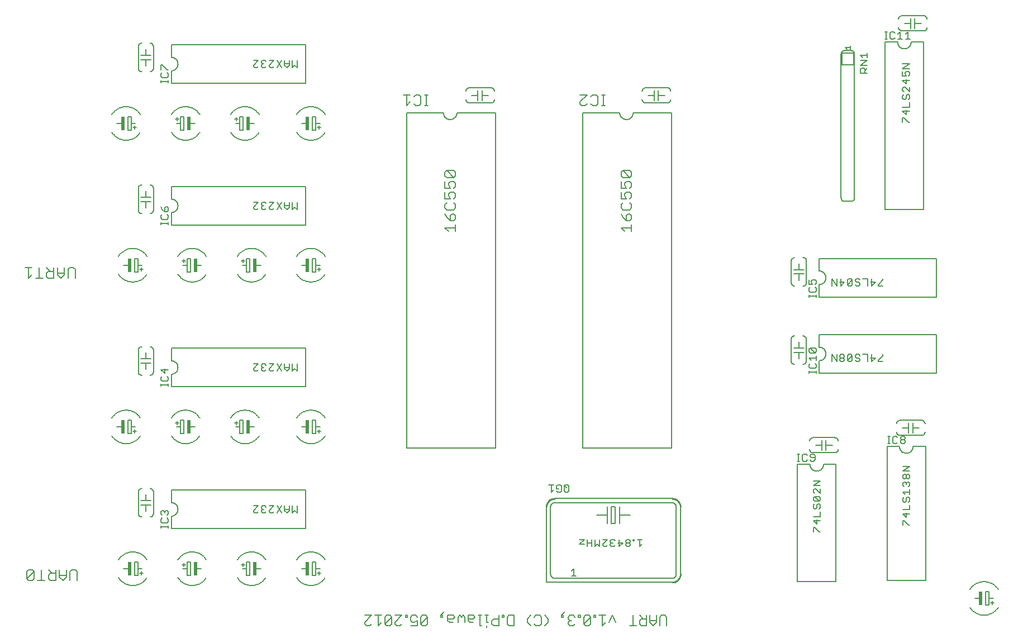
<source format=gto>
G75*
G70*
%OFA0B0*%
%FSLAX24Y24*%
%IPPOS*%
%LPD*%
%AMOC8*
5,1,8,0,0,1.08239X$1,22.5*
%
%ADD10C,0.0080*%
%ADD11R,0.0200X0.0800*%
%ADD12C,0.0100*%
%ADD13C,0.0050*%
%ADD14C,0.0060*%
D10*
X012034Y011359D02*
X012234Y011359D01*
X012234Y011759D01*
X012234Y012159D01*
X012034Y012159D01*
X012034Y011359D01*
X012334Y011509D02*
X012534Y011509D01*
X012434Y011609D02*
X012434Y011409D01*
X012484Y011759D02*
X012234Y011759D01*
X012783Y012288D02*
X012749Y012339D01*
X012712Y012388D01*
X012671Y012434D01*
X012629Y012478D01*
X012583Y012520D01*
X012535Y012558D01*
X012485Y012594D01*
X012433Y012626D01*
X012379Y012655D01*
X012323Y012680D01*
X012265Y012702D01*
X012207Y012721D01*
X012147Y012736D01*
X012087Y012747D01*
X012026Y012755D01*
X011965Y012759D01*
X011903Y012759D01*
X011842Y012755D01*
X011781Y012747D01*
X011721Y012736D01*
X011661Y012721D01*
X011603Y012702D01*
X011545Y012680D01*
X011489Y012655D01*
X011435Y012626D01*
X011383Y012594D01*
X011333Y012558D01*
X011285Y012520D01*
X011239Y012478D01*
X011197Y012434D01*
X011156Y012388D01*
X011119Y012339D01*
X011085Y012288D01*
X011384Y011759D02*
X011684Y011759D01*
X011085Y011230D02*
X011119Y011179D01*
X011156Y011130D01*
X011197Y011084D01*
X011239Y011040D01*
X011285Y010998D01*
X011333Y010960D01*
X011383Y010924D01*
X011435Y010892D01*
X011489Y010863D01*
X011545Y010838D01*
X011603Y010816D01*
X011661Y010797D01*
X011721Y010782D01*
X011781Y010771D01*
X011842Y010763D01*
X011903Y010759D01*
X011965Y010759D01*
X012026Y010763D01*
X012087Y010771D01*
X012147Y010782D01*
X012207Y010797D01*
X012265Y010816D01*
X012323Y010838D01*
X012379Y010863D01*
X012433Y010892D01*
X012485Y010924D01*
X012535Y010960D01*
X012583Y010998D01*
X012629Y011040D01*
X012671Y011084D01*
X012712Y011130D01*
X012749Y011179D01*
X012783Y011230D01*
X014878Y012009D02*
X015078Y012009D01*
X014978Y011909D02*
X014978Y012109D01*
X015178Y012159D02*
X015178Y011759D01*
X015178Y011359D01*
X015378Y011359D01*
X015378Y012159D01*
X015178Y012159D01*
X015178Y011759D02*
X014928Y011759D01*
X014629Y011230D02*
X014663Y011179D01*
X014700Y011130D01*
X014741Y011084D01*
X014783Y011040D01*
X014829Y010998D01*
X014877Y010960D01*
X014927Y010924D01*
X014979Y010892D01*
X015033Y010863D01*
X015089Y010838D01*
X015147Y010816D01*
X015205Y010797D01*
X015265Y010782D01*
X015325Y010771D01*
X015386Y010763D01*
X015447Y010759D01*
X015509Y010759D01*
X015570Y010763D01*
X015631Y010771D01*
X015691Y010782D01*
X015751Y010797D01*
X015809Y010816D01*
X015867Y010838D01*
X015923Y010863D01*
X015977Y010892D01*
X016029Y010924D01*
X016079Y010960D01*
X016127Y010998D01*
X016173Y011040D01*
X016215Y011084D01*
X016256Y011130D01*
X016293Y011179D01*
X016327Y011230D01*
X016028Y011759D02*
X015728Y011759D01*
X016327Y012288D02*
X016293Y012339D01*
X016256Y012388D01*
X016215Y012434D01*
X016173Y012478D01*
X016127Y012520D01*
X016079Y012558D01*
X016029Y012594D01*
X015977Y012626D01*
X015923Y012655D01*
X015867Y012680D01*
X015809Y012702D01*
X015751Y012721D01*
X015691Y012736D01*
X015631Y012747D01*
X015570Y012755D01*
X015509Y012759D01*
X015447Y012759D01*
X015386Y012755D01*
X015325Y012747D01*
X015265Y012736D01*
X015205Y012721D01*
X015147Y012702D01*
X015089Y012680D01*
X015033Y012655D01*
X014979Y012626D01*
X014927Y012594D01*
X014877Y012558D01*
X014829Y012520D01*
X014783Y012478D01*
X014741Y012434D01*
X014700Y012388D01*
X014663Y012339D01*
X014629Y012288D01*
X014234Y014152D02*
X014234Y014902D01*
X014044Y015029D02*
X013974Y014959D01*
X014044Y015029D02*
X014044Y015169D01*
X013974Y015240D01*
X013904Y015240D01*
X013834Y015169D01*
X013834Y015099D01*
X013834Y015169D02*
X013763Y015240D01*
X013693Y015240D01*
X013623Y015169D01*
X013623Y015029D01*
X013693Y014959D01*
X013693Y014779D02*
X013623Y014709D01*
X013623Y014569D01*
X013693Y014499D01*
X013974Y014499D01*
X014044Y014569D01*
X014044Y014709D01*
X013974Y014779D01*
X014044Y014332D02*
X014044Y014192D01*
X014044Y014262D02*
X013623Y014262D01*
X013623Y014192D02*
X013623Y014332D01*
X014234Y014152D02*
X022234Y014152D01*
X022234Y016452D01*
X014234Y016452D01*
X014234Y015702D01*
X014273Y015700D01*
X014312Y015694D01*
X014350Y015685D01*
X014387Y015672D01*
X014423Y015655D01*
X014456Y015635D01*
X014488Y015611D01*
X014517Y015585D01*
X014543Y015556D01*
X014567Y015524D01*
X014587Y015491D01*
X014604Y015455D01*
X014617Y015418D01*
X014626Y015380D01*
X014632Y015341D01*
X014634Y015302D01*
X014632Y015263D01*
X014626Y015224D01*
X014617Y015186D01*
X014604Y015149D01*
X014587Y015113D01*
X014567Y015080D01*
X014543Y015048D01*
X014517Y015019D01*
X014488Y014993D01*
X014456Y014969D01*
X014423Y014949D01*
X014387Y014932D01*
X014350Y014919D01*
X014312Y014910D01*
X014273Y014904D01*
X014234Y014902D01*
X013172Y015046D02*
X013172Y016346D01*
X013170Y016372D01*
X013165Y016398D01*
X013157Y016423D01*
X013145Y016446D01*
X013131Y016468D01*
X013113Y016487D01*
X013094Y016505D01*
X013072Y016519D01*
X013049Y016531D01*
X013024Y016539D01*
X012998Y016544D01*
X012972Y016546D01*
X012722Y016196D02*
X012722Y015816D01*
X012422Y015816D01*
X012422Y015566D02*
X012722Y015566D01*
X012722Y015196D01*
X012972Y014846D02*
X012998Y014848D01*
X013024Y014853D01*
X013049Y014861D01*
X013072Y014873D01*
X013094Y014887D01*
X013113Y014905D01*
X013131Y014924D01*
X013145Y014946D01*
X013157Y014969D01*
X013165Y014994D01*
X013170Y015020D01*
X013172Y015046D01*
X013022Y015566D02*
X012722Y015566D01*
X012722Y015816D02*
X013022Y015816D01*
X012472Y016546D02*
X012446Y016544D01*
X012420Y016539D01*
X012395Y016531D01*
X012372Y016519D01*
X012350Y016505D01*
X012331Y016487D01*
X012313Y016468D01*
X012299Y016446D01*
X012287Y016423D01*
X012279Y016398D01*
X012274Y016372D01*
X012272Y016346D01*
X012272Y015046D01*
X012274Y015020D01*
X012279Y014994D01*
X012287Y014969D01*
X012299Y014946D01*
X012313Y014924D01*
X012331Y014905D01*
X012350Y014887D01*
X012372Y014873D01*
X012395Y014861D01*
X012420Y014853D01*
X012446Y014848D01*
X012472Y014846D01*
X018421Y012009D02*
X018621Y012009D01*
X018521Y011909D02*
X018521Y012109D01*
X018721Y012159D02*
X018721Y011759D01*
X018721Y011359D01*
X018921Y011359D01*
X018921Y012159D01*
X018721Y012159D01*
X018721Y011759D02*
X018471Y011759D01*
X018172Y011230D02*
X018206Y011179D01*
X018243Y011130D01*
X018284Y011084D01*
X018326Y011040D01*
X018372Y010998D01*
X018420Y010960D01*
X018470Y010924D01*
X018522Y010892D01*
X018576Y010863D01*
X018632Y010838D01*
X018690Y010816D01*
X018748Y010797D01*
X018808Y010782D01*
X018868Y010771D01*
X018929Y010763D01*
X018990Y010759D01*
X019052Y010759D01*
X019113Y010763D01*
X019174Y010771D01*
X019234Y010782D01*
X019294Y010797D01*
X019352Y010816D01*
X019410Y010838D01*
X019466Y010863D01*
X019520Y010892D01*
X019572Y010924D01*
X019622Y010960D01*
X019670Y010998D01*
X019716Y011040D01*
X019758Y011084D01*
X019799Y011130D01*
X019836Y011179D01*
X019870Y011230D01*
X019571Y011759D02*
X019271Y011759D01*
X019870Y012288D02*
X019836Y012339D01*
X019799Y012388D01*
X019758Y012434D01*
X019716Y012478D01*
X019670Y012520D01*
X019622Y012558D01*
X019572Y012594D01*
X019520Y012626D01*
X019466Y012655D01*
X019410Y012680D01*
X019352Y012702D01*
X019294Y012721D01*
X019234Y012736D01*
X019174Y012747D01*
X019113Y012755D01*
X019052Y012759D01*
X018990Y012759D01*
X018929Y012755D01*
X018868Y012747D01*
X018808Y012736D01*
X018748Y012721D01*
X018690Y012702D01*
X018632Y012680D01*
X018576Y012655D01*
X018522Y012626D01*
X018470Y012594D01*
X018420Y012558D01*
X018372Y012520D01*
X018326Y012478D01*
X018284Y012434D01*
X018243Y012388D01*
X018206Y012339D01*
X018172Y012288D01*
X019222Y015092D02*
X019152Y015162D01*
X019152Y015232D01*
X019432Y015512D01*
X019152Y015512D01*
X019222Y015092D02*
X019362Y015092D01*
X019432Y015162D01*
X019613Y015162D02*
X019613Y015232D01*
X019683Y015302D01*
X019613Y015372D01*
X019613Y015442D01*
X019683Y015512D01*
X019823Y015512D01*
X019893Y015442D01*
X020073Y015512D02*
X020353Y015512D01*
X020073Y015232D01*
X020073Y015162D01*
X020143Y015092D01*
X020283Y015092D01*
X020353Y015162D01*
X020533Y015092D02*
X020814Y015512D01*
X020994Y015512D02*
X020994Y015232D01*
X021134Y015092D01*
X021274Y015232D01*
X021274Y015512D01*
X021454Y015512D02*
X021454Y015092D01*
X021594Y015232D01*
X021734Y015092D01*
X021734Y015512D01*
X021274Y015302D02*
X020994Y015302D01*
X020814Y015092D02*
X020533Y015512D01*
X019893Y015162D02*
X019823Y015092D01*
X019683Y015092D01*
X019613Y015162D01*
X019683Y015302D02*
X019753Y015302D01*
X022664Y012159D02*
X022664Y011359D01*
X022864Y011359D01*
X022864Y011759D01*
X022864Y012159D01*
X022664Y012159D01*
X023413Y012288D02*
X023379Y012339D01*
X023342Y012388D01*
X023301Y012434D01*
X023259Y012478D01*
X023213Y012520D01*
X023165Y012558D01*
X023115Y012594D01*
X023063Y012626D01*
X023009Y012655D01*
X022953Y012680D01*
X022895Y012702D01*
X022837Y012721D01*
X022777Y012736D01*
X022717Y012747D01*
X022656Y012755D01*
X022595Y012759D01*
X022533Y012759D01*
X022472Y012755D01*
X022411Y012747D01*
X022351Y012736D01*
X022291Y012721D01*
X022233Y012702D01*
X022175Y012680D01*
X022119Y012655D01*
X022065Y012626D01*
X022013Y012594D01*
X021963Y012558D01*
X021915Y012520D01*
X021869Y012478D01*
X021827Y012434D01*
X021786Y012388D01*
X021749Y012339D01*
X021715Y012288D01*
X022014Y011759D02*
X022314Y011759D01*
X021715Y011230D02*
X021749Y011179D01*
X021786Y011130D01*
X021827Y011084D01*
X021869Y011040D01*
X021915Y010998D01*
X021963Y010960D01*
X022013Y010924D01*
X022065Y010892D01*
X022119Y010863D01*
X022175Y010838D01*
X022233Y010816D01*
X022291Y010797D01*
X022351Y010782D01*
X022411Y010771D01*
X022472Y010763D01*
X022533Y010759D01*
X022595Y010759D01*
X022656Y010763D01*
X022717Y010771D01*
X022777Y010782D01*
X022837Y010797D01*
X022895Y010816D01*
X022953Y010838D01*
X023009Y010863D01*
X023063Y010892D01*
X023115Y010924D01*
X023165Y010960D01*
X023213Y010998D01*
X023259Y011040D01*
X023301Y011084D01*
X023342Y011130D01*
X023379Y011179D01*
X023413Y011230D01*
X023164Y011509D02*
X022964Y011509D01*
X023064Y011609D02*
X023064Y011409D01*
X023114Y011759D02*
X022864Y011759D01*
X028275Y018961D02*
X033575Y018961D01*
X033575Y038961D01*
X031275Y038961D01*
X031273Y038922D01*
X031267Y038883D01*
X031258Y038845D01*
X031245Y038808D01*
X031228Y038772D01*
X031208Y038739D01*
X031184Y038707D01*
X031158Y038678D01*
X031129Y038652D01*
X031097Y038628D01*
X031064Y038608D01*
X031028Y038591D01*
X030991Y038578D01*
X030953Y038569D01*
X030914Y038563D01*
X030875Y038561D01*
X030836Y038563D01*
X030797Y038569D01*
X030759Y038578D01*
X030722Y038591D01*
X030686Y038608D01*
X030653Y038628D01*
X030621Y038652D01*
X030592Y038678D01*
X030566Y038707D01*
X030542Y038739D01*
X030522Y038772D01*
X030505Y038808D01*
X030492Y038845D01*
X030483Y038883D01*
X030477Y038922D01*
X030475Y038961D01*
X028275Y038961D01*
X028275Y018961D01*
X023164Y019970D02*
X022964Y019970D01*
X023064Y020070D02*
X023064Y019870D01*
X022864Y019820D02*
X022864Y020220D01*
X022864Y020620D01*
X022664Y020620D01*
X022664Y019820D01*
X022864Y019820D01*
X022864Y020220D02*
X023114Y020220D01*
X023413Y020749D02*
X023379Y020800D01*
X023342Y020849D01*
X023301Y020895D01*
X023259Y020939D01*
X023213Y020981D01*
X023165Y021019D01*
X023115Y021055D01*
X023063Y021087D01*
X023009Y021116D01*
X022953Y021141D01*
X022895Y021163D01*
X022837Y021182D01*
X022777Y021197D01*
X022717Y021208D01*
X022656Y021216D01*
X022595Y021220D01*
X022533Y021220D01*
X022472Y021216D01*
X022411Y021208D01*
X022351Y021197D01*
X022291Y021182D01*
X022233Y021163D01*
X022175Y021141D01*
X022119Y021116D01*
X022065Y021087D01*
X022013Y021055D01*
X021963Y021019D01*
X021915Y020981D01*
X021869Y020939D01*
X021827Y020895D01*
X021786Y020849D01*
X021749Y020800D01*
X021715Y020749D01*
X022014Y020220D02*
X022314Y020220D01*
X021715Y019691D02*
X021749Y019640D01*
X021786Y019591D01*
X021827Y019545D01*
X021869Y019501D01*
X021915Y019459D01*
X021963Y019421D01*
X022013Y019385D01*
X022065Y019353D01*
X022119Y019324D01*
X022175Y019299D01*
X022233Y019277D01*
X022291Y019258D01*
X022351Y019243D01*
X022411Y019232D01*
X022472Y019224D01*
X022533Y019220D01*
X022595Y019220D01*
X022656Y019224D01*
X022717Y019232D01*
X022777Y019243D01*
X022837Y019258D01*
X022895Y019277D01*
X022953Y019299D01*
X023009Y019324D01*
X023063Y019353D01*
X023115Y019385D01*
X023165Y019421D01*
X023213Y019459D01*
X023259Y019501D01*
X023301Y019545D01*
X023342Y019591D01*
X023379Y019640D01*
X023413Y019691D01*
X022234Y022614D02*
X022234Y024914D01*
X014234Y024914D01*
X014234Y024164D01*
X014273Y024162D01*
X014312Y024156D01*
X014350Y024147D01*
X014387Y024134D01*
X014423Y024117D01*
X014456Y024097D01*
X014488Y024073D01*
X014517Y024047D01*
X014543Y024018D01*
X014567Y023986D01*
X014587Y023953D01*
X014604Y023917D01*
X014617Y023880D01*
X014626Y023842D01*
X014632Y023803D01*
X014634Y023764D01*
X014632Y023725D01*
X014626Y023686D01*
X014617Y023648D01*
X014604Y023611D01*
X014587Y023575D01*
X014567Y023542D01*
X014543Y023510D01*
X014517Y023481D01*
X014488Y023455D01*
X014456Y023431D01*
X014423Y023411D01*
X014387Y023394D01*
X014350Y023381D01*
X014312Y023372D01*
X014273Y023366D01*
X014234Y023364D01*
X014234Y022614D01*
X022234Y022614D01*
X021734Y023559D02*
X021594Y023699D01*
X021454Y023559D01*
X021454Y023980D01*
X021274Y023980D02*
X021274Y023699D01*
X021134Y023559D01*
X020994Y023699D01*
X020994Y023980D01*
X020814Y023980D02*
X020533Y023559D01*
X020353Y023629D02*
X020283Y023559D01*
X020143Y023559D01*
X020073Y023629D01*
X020073Y023699D01*
X020353Y023980D01*
X020073Y023980D01*
X019893Y023910D02*
X019823Y023980D01*
X019683Y023980D01*
X019613Y023910D01*
X019613Y023839D01*
X019683Y023769D01*
X019753Y023769D01*
X019683Y023769D02*
X019613Y023699D01*
X019613Y023629D01*
X019683Y023559D01*
X019823Y023559D01*
X019893Y023629D01*
X019432Y023629D02*
X019362Y023559D01*
X019222Y023559D01*
X019152Y023629D01*
X019152Y023699D01*
X019432Y023980D01*
X019152Y023980D01*
X020533Y023980D02*
X020814Y023559D01*
X020994Y023769D02*
X021274Y023769D01*
X021734Y023559D02*
X021734Y023980D01*
X018527Y020620D02*
X018327Y020620D01*
X018327Y020220D01*
X018327Y019820D01*
X018527Y019820D01*
X018527Y020620D01*
X018227Y020470D02*
X018027Y020470D01*
X018127Y020370D02*
X018127Y020570D01*
X018077Y020220D02*
X018327Y020220D01*
X017778Y019691D02*
X017812Y019640D01*
X017849Y019591D01*
X017890Y019545D01*
X017932Y019501D01*
X017978Y019459D01*
X018026Y019421D01*
X018076Y019385D01*
X018128Y019353D01*
X018182Y019324D01*
X018238Y019299D01*
X018296Y019277D01*
X018354Y019258D01*
X018414Y019243D01*
X018474Y019232D01*
X018535Y019224D01*
X018596Y019220D01*
X018658Y019220D01*
X018719Y019224D01*
X018780Y019232D01*
X018840Y019243D01*
X018900Y019258D01*
X018958Y019277D01*
X019016Y019299D01*
X019072Y019324D01*
X019126Y019353D01*
X019178Y019385D01*
X019228Y019421D01*
X019276Y019459D01*
X019322Y019501D01*
X019364Y019545D01*
X019405Y019591D01*
X019442Y019640D01*
X019476Y019691D01*
X019177Y020220D02*
X018877Y020220D01*
X019476Y020749D02*
X019442Y020800D01*
X019405Y020849D01*
X019364Y020895D01*
X019322Y020939D01*
X019276Y020981D01*
X019228Y021019D01*
X019178Y021055D01*
X019126Y021087D01*
X019072Y021116D01*
X019016Y021141D01*
X018958Y021163D01*
X018900Y021182D01*
X018840Y021197D01*
X018780Y021208D01*
X018719Y021216D01*
X018658Y021220D01*
X018596Y021220D01*
X018535Y021216D01*
X018474Y021208D01*
X018414Y021197D01*
X018354Y021182D01*
X018296Y021163D01*
X018238Y021141D01*
X018182Y021116D01*
X018128Y021087D01*
X018076Y021055D01*
X018026Y021019D01*
X017978Y020981D01*
X017932Y020939D01*
X017890Y020895D01*
X017849Y020849D01*
X017812Y020800D01*
X017778Y020749D01*
X015634Y020220D02*
X015334Y020220D01*
X015933Y019691D02*
X015899Y019640D01*
X015862Y019591D01*
X015821Y019545D01*
X015779Y019501D01*
X015733Y019459D01*
X015685Y019421D01*
X015635Y019385D01*
X015583Y019353D01*
X015529Y019324D01*
X015473Y019299D01*
X015415Y019277D01*
X015357Y019258D01*
X015297Y019243D01*
X015237Y019232D01*
X015176Y019224D01*
X015115Y019220D01*
X015053Y019220D01*
X014992Y019224D01*
X014931Y019232D01*
X014871Y019243D01*
X014811Y019258D01*
X014753Y019277D01*
X014695Y019299D01*
X014639Y019324D01*
X014585Y019353D01*
X014533Y019385D01*
X014483Y019421D01*
X014435Y019459D01*
X014389Y019501D01*
X014347Y019545D01*
X014306Y019591D01*
X014269Y019640D01*
X014235Y019691D01*
X014784Y019820D02*
X014984Y019820D01*
X014984Y020620D01*
X014784Y020620D01*
X014784Y020220D01*
X014784Y019820D01*
X014784Y020220D02*
X014534Y020220D01*
X014584Y020370D02*
X014584Y020570D01*
X014484Y020470D02*
X014684Y020470D01*
X014235Y020749D02*
X014269Y020800D01*
X014306Y020849D01*
X014347Y020895D01*
X014389Y020939D01*
X014435Y020981D01*
X014483Y021019D01*
X014533Y021055D01*
X014585Y021087D01*
X014639Y021116D01*
X014695Y021141D01*
X014753Y021163D01*
X014811Y021182D01*
X014871Y021197D01*
X014931Y021208D01*
X014992Y021216D01*
X015053Y021220D01*
X015115Y021220D01*
X015176Y021216D01*
X015237Y021208D01*
X015297Y021197D01*
X015357Y021182D01*
X015415Y021163D01*
X015473Y021141D01*
X015529Y021116D01*
X015583Y021087D01*
X015635Y021055D01*
X015685Y021019D01*
X015733Y020981D01*
X015779Y020939D01*
X015821Y020895D01*
X015862Y020849D01*
X015899Y020800D01*
X015933Y020749D01*
X014044Y022654D02*
X014044Y022794D01*
X014044Y022724D02*
X013623Y022724D01*
X013623Y022654D02*
X013623Y022794D01*
X013693Y022961D02*
X013974Y022961D01*
X014044Y023031D01*
X014044Y023171D01*
X013974Y023241D01*
X013834Y023421D02*
X013834Y023701D01*
X014044Y023631D02*
X013623Y023631D01*
X013834Y023421D01*
X013693Y023241D02*
X013623Y023171D01*
X013623Y023031D01*
X013693Y022961D01*
X013172Y023507D02*
X013172Y024807D01*
X013170Y024833D01*
X013165Y024859D01*
X013157Y024884D01*
X013145Y024907D01*
X013131Y024929D01*
X013113Y024948D01*
X013094Y024966D01*
X013072Y024980D01*
X013049Y024992D01*
X013024Y025000D01*
X012998Y025005D01*
X012972Y025007D01*
X012722Y024657D02*
X012722Y024277D01*
X012422Y024277D01*
X012422Y024027D02*
X012722Y024027D01*
X012722Y023657D01*
X012972Y023307D02*
X012998Y023309D01*
X013024Y023314D01*
X013049Y023322D01*
X013072Y023334D01*
X013094Y023348D01*
X013113Y023366D01*
X013131Y023385D01*
X013145Y023407D01*
X013157Y023430D01*
X013165Y023455D01*
X013170Y023481D01*
X013172Y023507D01*
X013022Y024027D02*
X012722Y024027D01*
X012722Y024277D02*
X013022Y024277D01*
X012472Y025007D02*
X012446Y025005D01*
X012420Y025000D01*
X012395Y024992D01*
X012372Y024980D01*
X012350Y024966D01*
X012331Y024948D01*
X012313Y024929D01*
X012299Y024907D01*
X012287Y024884D01*
X012279Y024859D01*
X012274Y024833D01*
X012272Y024807D01*
X012272Y023507D01*
X012274Y023481D01*
X012279Y023455D01*
X012287Y023430D01*
X012299Y023407D01*
X012313Y023385D01*
X012331Y023366D01*
X012350Y023348D01*
X012372Y023334D01*
X012395Y023322D01*
X012420Y023314D01*
X012446Y023309D01*
X012472Y023307D01*
X011841Y020620D02*
X011641Y020620D01*
X011641Y019820D01*
X011841Y019820D01*
X011841Y020220D01*
X011841Y020620D01*
X011841Y020220D02*
X012091Y020220D01*
X012041Y020070D02*
X012041Y019870D01*
X012141Y019970D02*
X011941Y019970D01*
X012390Y020749D02*
X012356Y020800D01*
X012319Y020849D01*
X012278Y020895D01*
X012236Y020939D01*
X012190Y020981D01*
X012142Y021019D01*
X012092Y021055D01*
X012040Y021087D01*
X011986Y021116D01*
X011930Y021141D01*
X011872Y021163D01*
X011814Y021182D01*
X011754Y021197D01*
X011694Y021208D01*
X011633Y021216D01*
X011572Y021220D01*
X011510Y021220D01*
X011449Y021216D01*
X011388Y021208D01*
X011328Y021197D01*
X011268Y021182D01*
X011210Y021163D01*
X011152Y021141D01*
X011096Y021116D01*
X011042Y021087D01*
X010990Y021055D01*
X010940Y021019D01*
X010892Y020981D01*
X010846Y020939D01*
X010804Y020895D01*
X010763Y020849D01*
X010726Y020800D01*
X010692Y020749D01*
X010991Y020220D02*
X011291Y020220D01*
X010692Y019691D02*
X010726Y019640D01*
X010763Y019591D01*
X010804Y019545D01*
X010846Y019501D01*
X010892Y019459D01*
X010940Y019421D01*
X010990Y019385D01*
X011042Y019353D01*
X011096Y019324D01*
X011152Y019299D01*
X011210Y019277D01*
X011268Y019258D01*
X011328Y019243D01*
X011388Y019232D01*
X011449Y019224D01*
X011510Y019220D01*
X011572Y019220D01*
X011633Y019224D01*
X011694Y019232D01*
X011754Y019243D01*
X011814Y019258D01*
X011872Y019277D01*
X011930Y019299D01*
X011986Y019324D01*
X012040Y019353D01*
X012092Y019385D01*
X012142Y019421D01*
X012190Y019459D01*
X012236Y019501D01*
X012278Y019545D01*
X012319Y019591D01*
X012356Y019640D01*
X012390Y019691D01*
X012234Y029469D02*
X012034Y029469D01*
X012034Y030269D01*
X012234Y030269D01*
X012234Y029869D01*
X012234Y029469D01*
X012334Y029619D02*
X012534Y029619D01*
X012434Y029719D02*
X012434Y029519D01*
X012484Y029869D02*
X012234Y029869D01*
X012783Y030398D02*
X012749Y030449D01*
X012712Y030498D01*
X012671Y030544D01*
X012629Y030588D01*
X012583Y030630D01*
X012535Y030668D01*
X012485Y030704D01*
X012433Y030736D01*
X012379Y030765D01*
X012323Y030790D01*
X012265Y030812D01*
X012207Y030831D01*
X012147Y030846D01*
X012087Y030857D01*
X012026Y030865D01*
X011965Y030869D01*
X011903Y030869D01*
X011842Y030865D01*
X011781Y030857D01*
X011721Y030846D01*
X011661Y030831D01*
X011603Y030812D01*
X011545Y030790D01*
X011489Y030765D01*
X011435Y030736D01*
X011383Y030704D01*
X011333Y030668D01*
X011285Y030630D01*
X011239Y030588D01*
X011197Y030544D01*
X011156Y030498D01*
X011119Y030449D01*
X011085Y030398D01*
X011384Y029869D02*
X011684Y029869D01*
X011085Y029340D02*
X011119Y029289D01*
X011156Y029240D01*
X011197Y029194D01*
X011239Y029150D01*
X011285Y029108D01*
X011333Y029070D01*
X011383Y029034D01*
X011435Y029002D01*
X011489Y028973D01*
X011545Y028948D01*
X011603Y028926D01*
X011661Y028907D01*
X011721Y028892D01*
X011781Y028881D01*
X011842Y028873D01*
X011903Y028869D01*
X011965Y028869D01*
X012026Y028873D01*
X012087Y028881D01*
X012147Y028892D01*
X012207Y028907D01*
X012265Y028926D01*
X012323Y028948D01*
X012379Y028973D01*
X012433Y029002D01*
X012485Y029034D01*
X012535Y029070D01*
X012583Y029108D01*
X012629Y029150D01*
X012671Y029194D01*
X012712Y029240D01*
X012749Y029289D01*
X012783Y029340D01*
X014878Y030119D02*
X015078Y030119D01*
X014978Y030019D02*
X014978Y030219D01*
X015178Y030269D02*
X015178Y029869D01*
X015178Y029469D01*
X015378Y029469D01*
X015378Y030269D01*
X015178Y030269D01*
X015178Y029869D02*
X014928Y029869D01*
X014629Y029340D02*
X014663Y029289D01*
X014700Y029240D01*
X014741Y029194D01*
X014783Y029150D01*
X014829Y029108D01*
X014877Y029070D01*
X014927Y029034D01*
X014979Y029002D01*
X015033Y028973D01*
X015089Y028948D01*
X015147Y028926D01*
X015205Y028907D01*
X015265Y028892D01*
X015325Y028881D01*
X015386Y028873D01*
X015447Y028869D01*
X015509Y028869D01*
X015570Y028873D01*
X015631Y028881D01*
X015691Y028892D01*
X015751Y028907D01*
X015809Y028926D01*
X015867Y028948D01*
X015923Y028973D01*
X015977Y029002D01*
X016029Y029034D01*
X016079Y029070D01*
X016127Y029108D01*
X016173Y029150D01*
X016215Y029194D01*
X016256Y029240D01*
X016293Y029289D01*
X016327Y029340D01*
X016028Y029869D02*
X015728Y029869D01*
X016327Y030398D02*
X016293Y030449D01*
X016256Y030498D01*
X016215Y030544D01*
X016173Y030588D01*
X016127Y030630D01*
X016079Y030668D01*
X016029Y030704D01*
X015977Y030736D01*
X015923Y030765D01*
X015867Y030790D01*
X015809Y030812D01*
X015751Y030831D01*
X015691Y030846D01*
X015631Y030857D01*
X015570Y030865D01*
X015509Y030869D01*
X015447Y030869D01*
X015386Y030865D01*
X015325Y030857D01*
X015265Y030846D01*
X015205Y030831D01*
X015147Y030812D01*
X015089Y030790D01*
X015033Y030765D01*
X014979Y030736D01*
X014927Y030704D01*
X014877Y030668D01*
X014829Y030630D01*
X014783Y030588D01*
X014741Y030544D01*
X014700Y030498D01*
X014663Y030449D01*
X014629Y030398D01*
X014234Y032262D02*
X014234Y033012D01*
X014044Y033140D02*
X014044Y033280D01*
X013974Y033350D01*
X013904Y033350D01*
X013834Y033280D01*
X013834Y033070D01*
X013974Y033070D01*
X014044Y033140D01*
X013834Y033070D02*
X013693Y033210D01*
X013623Y033350D01*
X013693Y032889D02*
X013623Y032819D01*
X013623Y032679D01*
X013693Y032609D01*
X013974Y032609D01*
X014044Y032679D01*
X014044Y032819D01*
X013974Y032889D01*
X014044Y032442D02*
X014044Y032302D01*
X014044Y032372D02*
X013623Y032372D01*
X013623Y032302D02*
X013623Y032442D01*
X014234Y032262D02*
X022234Y032262D01*
X022234Y034562D01*
X014234Y034562D01*
X014234Y033812D01*
X014273Y033810D01*
X014312Y033804D01*
X014350Y033795D01*
X014387Y033782D01*
X014423Y033765D01*
X014456Y033745D01*
X014488Y033721D01*
X014517Y033695D01*
X014543Y033666D01*
X014567Y033634D01*
X014587Y033601D01*
X014604Y033565D01*
X014617Y033528D01*
X014626Y033490D01*
X014632Y033451D01*
X014634Y033412D01*
X014632Y033373D01*
X014626Y033334D01*
X014617Y033296D01*
X014604Y033259D01*
X014587Y033223D01*
X014567Y033190D01*
X014543Y033158D01*
X014517Y033129D01*
X014488Y033103D01*
X014456Y033079D01*
X014423Y033059D01*
X014387Y033042D01*
X014350Y033029D01*
X014312Y033020D01*
X014273Y033014D01*
X014234Y033012D01*
X013172Y033156D02*
X013172Y034456D01*
X013170Y034482D01*
X013165Y034508D01*
X013157Y034533D01*
X013145Y034556D01*
X013131Y034578D01*
X013113Y034597D01*
X013094Y034615D01*
X013072Y034629D01*
X013049Y034641D01*
X013024Y034649D01*
X012998Y034654D01*
X012972Y034656D01*
X012722Y034306D02*
X012722Y033926D01*
X012422Y033926D01*
X012422Y033676D02*
X012722Y033676D01*
X012722Y033306D01*
X012972Y032956D02*
X012998Y032958D01*
X013024Y032963D01*
X013049Y032971D01*
X013072Y032983D01*
X013094Y032997D01*
X013113Y033015D01*
X013131Y033034D01*
X013145Y033056D01*
X013157Y033079D01*
X013165Y033104D01*
X013170Y033130D01*
X013172Y033156D01*
X013022Y033676D02*
X012722Y033676D01*
X012722Y033926D02*
X013022Y033926D01*
X012472Y034656D02*
X012446Y034654D01*
X012420Y034649D01*
X012395Y034641D01*
X012372Y034629D01*
X012350Y034615D01*
X012331Y034597D01*
X012313Y034578D01*
X012299Y034556D01*
X012287Y034533D01*
X012279Y034508D01*
X012274Y034482D01*
X012272Y034456D01*
X012272Y033156D01*
X012274Y033130D01*
X012279Y033104D01*
X012287Y033079D01*
X012299Y033056D01*
X012313Y033034D01*
X012331Y033015D01*
X012350Y032997D01*
X012372Y032983D01*
X012395Y032971D01*
X012420Y032963D01*
X012446Y032958D01*
X012472Y032956D01*
X018421Y030119D02*
X018621Y030119D01*
X018521Y030019D02*
X018521Y030219D01*
X018721Y030269D02*
X018721Y029869D01*
X018721Y029469D01*
X018921Y029469D01*
X018921Y030269D01*
X018721Y030269D01*
X018721Y029869D02*
X018471Y029869D01*
X018172Y029340D02*
X018206Y029289D01*
X018243Y029240D01*
X018284Y029194D01*
X018326Y029150D01*
X018372Y029108D01*
X018420Y029070D01*
X018470Y029034D01*
X018522Y029002D01*
X018576Y028973D01*
X018632Y028948D01*
X018690Y028926D01*
X018748Y028907D01*
X018808Y028892D01*
X018868Y028881D01*
X018929Y028873D01*
X018990Y028869D01*
X019052Y028869D01*
X019113Y028873D01*
X019174Y028881D01*
X019234Y028892D01*
X019294Y028907D01*
X019352Y028926D01*
X019410Y028948D01*
X019466Y028973D01*
X019520Y029002D01*
X019572Y029034D01*
X019622Y029070D01*
X019670Y029108D01*
X019716Y029150D01*
X019758Y029194D01*
X019799Y029240D01*
X019836Y029289D01*
X019870Y029340D01*
X019571Y029869D02*
X019271Y029869D01*
X019870Y030398D02*
X019836Y030449D01*
X019799Y030498D01*
X019758Y030544D01*
X019716Y030588D01*
X019670Y030630D01*
X019622Y030668D01*
X019572Y030704D01*
X019520Y030736D01*
X019466Y030765D01*
X019410Y030790D01*
X019352Y030812D01*
X019294Y030831D01*
X019234Y030846D01*
X019174Y030857D01*
X019113Y030865D01*
X019052Y030869D01*
X018990Y030869D01*
X018929Y030865D01*
X018868Y030857D01*
X018808Y030846D01*
X018748Y030831D01*
X018690Y030812D01*
X018632Y030790D01*
X018576Y030765D01*
X018522Y030736D01*
X018470Y030704D01*
X018420Y030668D01*
X018372Y030630D01*
X018326Y030588D01*
X018284Y030544D01*
X018243Y030498D01*
X018206Y030449D01*
X018172Y030398D01*
X019222Y033202D02*
X019152Y033272D01*
X019152Y033342D01*
X019432Y033622D01*
X019152Y033622D01*
X019222Y033202D02*
X019362Y033202D01*
X019432Y033272D01*
X019613Y033272D02*
X019613Y033342D01*
X019683Y033412D01*
X019613Y033482D01*
X019613Y033552D01*
X019683Y033622D01*
X019823Y033622D01*
X019893Y033552D01*
X020073Y033622D02*
X020353Y033622D01*
X020073Y033342D01*
X020073Y033272D01*
X020143Y033202D01*
X020283Y033202D01*
X020353Y033272D01*
X020533Y033202D02*
X020814Y033622D01*
X020994Y033622D02*
X020994Y033342D01*
X021134Y033202D01*
X021274Y033342D01*
X021274Y033622D01*
X021454Y033622D02*
X021454Y033202D01*
X021594Y033342D01*
X021734Y033202D01*
X021734Y033622D01*
X021274Y033412D02*
X020994Y033412D01*
X020814Y033202D02*
X020533Y033622D01*
X019893Y033272D02*
X019823Y033202D01*
X019683Y033202D01*
X019613Y033272D01*
X019683Y033412D02*
X019753Y033412D01*
X022014Y029869D02*
X022314Y029869D01*
X021715Y030398D02*
X021749Y030449D01*
X021786Y030498D01*
X021827Y030544D01*
X021869Y030588D01*
X021915Y030630D01*
X021963Y030668D01*
X022013Y030704D01*
X022065Y030736D01*
X022119Y030765D01*
X022175Y030790D01*
X022233Y030812D01*
X022291Y030831D01*
X022351Y030846D01*
X022411Y030857D01*
X022472Y030865D01*
X022533Y030869D01*
X022595Y030869D01*
X022656Y030865D01*
X022717Y030857D01*
X022777Y030846D01*
X022837Y030831D01*
X022895Y030812D01*
X022953Y030790D01*
X023009Y030765D01*
X023063Y030736D01*
X023115Y030704D01*
X023165Y030668D01*
X023213Y030630D01*
X023259Y030588D01*
X023301Y030544D01*
X023342Y030498D01*
X023379Y030449D01*
X023413Y030398D01*
X022864Y030269D02*
X022664Y030269D01*
X022664Y029469D01*
X022864Y029469D01*
X022864Y029869D01*
X022864Y030269D01*
X022864Y029869D02*
X023114Y029869D01*
X023064Y029719D02*
X023064Y029519D01*
X023164Y029619D02*
X022964Y029619D01*
X023413Y029340D02*
X023379Y029289D01*
X023342Y029240D01*
X023301Y029194D01*
X023259Y029150D01*
X023213Y029108D01*
X023165Y029070D01*
X023115Y029034D01*
X023063Y029002D01*
X023009Y028973D01*
X022953Y028948D01*
X022895Y028926D01*
X022837Y028907D01*
X022777Y028892D01*
X022717Y028881D01*
X022656Y028873D01*
X022595Y028869D01*
X022533Y028869D01*
X022472Y028873D01*
X022411Y028881D01*
X022351Y028892D01*
X022291Y028907D01*
X022233Y028926D01*
X022175Y028948D01*
X022119Y028973D01*
X022065Y029002D01*
X022013Y029034D01*
X021963Y029070D01*
X021915Y029108D01*
X021869Y029150D01*
X021827Y029194D01*
X021786Y029240D01*
X021749Y029289D01*
X021715Y029340D01*
X030564Y032091D02*
X030771Y031884D01*
X030564Y032091D02*
X031185Y032091D01*
X031185Y031884D02*
X031185Y032298D01*
X031081Y032529D02*
X031185Y032632D01*
X031185Y032839D01*
X031081Y032942D01*
X030978Y032942D01*
X030874Y032839D01*
X030874Y032529D01*
X031081Y032529D01*
X030874Y032529D02*
X030668Y032736D01*
X030564Y032942D01*
X030668Y033173D02*
X031081Y033173D01*
X031185Y033277D01*
X031185Y033484D01*
X031081Y033587D01*
X031081Y033818D02*
X031185Y033921D01*
X031185Y034128D01*
X031081Y034231D01*
X030874Y034231D01*
X030771Y034128D01*
X030771Y034025D01*
X030874Y033818D01*
X030564Y033818D01*
X030564Y034231D01*
X030564Y034462D02*
X030874Y034462D01*
X030771Y034669D01*
X030771Y034773D01*
X030874Y034876D01*
X031081Y034876D01*
X031185Y034773D01*
X031185Y034566D01*
X031081Y034462D01*
X030564Y034462D02*
X030564Y034876D01*
X030668Y035107D02*
X030564Y035210D01*
X030564Y035417D01*
X030668Y035521D01*
X031081Y035107D01*
X031185Y035210D01*
X031185Y035417D01*
X031081Y035521D01*
X030668Y035521D01*
X030668Y035107D02*
X031081Y035107D01*
X030668Y033587D02*
X030564Y033484D01*
X030564Y033277D01*
X030668Y033173D01*
X029559Y039404D02*
X029353Y039404D01*
X029456Y039404D02*
X029456Y040025D01*
X029559Y040025D02*
X029353Y040025D01*
X029130Y039921D02*
X029026Y040025D01*
X028820Y040025D01*
X028716Y039921D01*
X028485Y040025D02*
X028072Y040025D01*
X028278Y040025D02*
X028278Y039404D01*
X028485Y039611D01*
X028716Y039508D02*
X028820Y039404D01*
X029026Y039404D01*
X029130Y039508D01*
X029130Y039921D01*
X031812Y039754D02*
X031814Y039728D01*
X031819Y039702D01*
X031827Y039677D01*
X031839Y039654D01*
X031853Y039632D01*
X031871Y039613D01*
X031890Y039595D01*
X031912Y039581D01*
X031935Y039569D01*
X031960Y039561D01*
X031986Y039556D01*
X032012Y039554D01*
X033312Y039554D01*
X033338Y039556D01*
X033364Y039561D01*
X033389Y039569D01*
X033412Y039581D01*
X033434Y039595D01*
X033453Y039613D01*
X033471Y039632D01*
X033485Y039654D01*
X033497Y039677D01*
X033505Y039702D01*
X033510Y039728D01*
X033512Y039754D01*
X033162Y040004D02*
X032782Y040004D01*
X032782Y040304D01*
X032532Y040304D02*
X032532Y040004D01*
X032162Y040004D01*
X031812Y040254D02*
X031814Y040280D01*
X031819Y040306D01*
X031827Y040331D01*
X031839Y040354D01*
X031853Y040376D01*
X031871Y040395D01*
X031890Y040413D01*
X031912Y040427D01*
X031935Y040439D01*
X031960Y040447D01*
X031986Y040452D01*
X032012Y040454D01*
X033312Y040454D01*
X033338Y040452D01*
X033364Y040447D01*
X033389Y040439D01*
X033412Y040427D01*
X033434Y040413D01*
X033453Y040395D01*
X033471Y040376D01*
X033485Y040354D01*
X033497Y040331D01*
X033505Y040306D01*
X033510Y040280D01*
X033512Y040254D01*
X032782Y040004D02*
X032782Y039704D01*
X032532Y039704D02*
X032532Y040004D01*
X038620Y040025D02*
X039033Y040025D01*
X038620Y039611D01*
X038620Y039508D01*
X038723Y039404D01*
X038930Y039404D01*
X039033Y039508D01*
X039264Y039508D02*
X039368Y039404D01*
X039575Y039404D01*
X039678Y039508D01*
X039678Y039921D01*
X039575Y040025D01*
X039368Y040025D01*
X039264Y039921D01*
X039901Y040025D02*
X040108Y040025D01*
X040004Y040025D02*
X040004Y039404D01*
X039901Y039404D02*
X040108Y039404D01*
X040989Y038962D02*
X038789Y038962D01*
X038789Y018962D01*
X044089Y018962D01*
X044089Y038962D01*
X041789Y038962D01*
X041787Y038923D01*
X041781Y038884D01*
X041772Y038846D01*
X041759Y038809D01*
X041742Y038773D01*
X041722Y038740D01*
X041698Y038708D01*
X041672Y038679D01*
X041643Y038653D01*
X041611Y038629D01*
X041578Y038609D01*
X041542Y038592D01*
X041505Y038579D01*
X041467Y038570D01*
X041428Y038564D01*
X041389Y038562D01*
X041350Y038564D01*
X041311Y038570D01*
X041273Y038579D01*
X041236Y038592D01*
X041200Y038609D01*
X041167Y038629D01*
X041135Y038653D01*
X041106Y038679D01*
X041080Y038708D01*
X041056Y038740D01*
X041036Y038773D01*
X041019Y038809D01*
X041006Y038846D01*
X040997Y038884D01*
X040991Y038923D01*
X040989Y038962D01*
X042527Y039554D02*
X043827Y039554D01*
X043853Y039556D01*
X043879Y039561D01*
X043904Y039569D01*
X043927Y039581D01*
X043949Y039595D01*
X043968Y039613D01*
X043986Y039632D01*
X044000Y039654D01*
X044012Y039677D01*
X044020Y039702D01*
X044025Y039728D01*
X044027Y039754D01*
X043677Y040004D02*
X043297Y040004D01*
X043297Y040304D01*
X043047Y040304D02*
X043047Y040004D01*
X042677Y040004D01*
X042327Y040254D02*
X042329Y040280D01*
X042334Y040306D01*
X042342Y040331D01*
X042354Y040354D01*
X042368Y040376D01*
X042386Y040395D01*
X042405Y040413D01*
X042427Y040427D01*
X042450Y040439D01*
X042475Y040447D01*
X042501Y040452D01*
X042527Y040454D01*
X043827Y040454D01*
X043853Y040452D01*
X043879Y040447D01*
X043904Y040439D01*
X043927Y040427D01*
X043949Y040413D01*
X043968Y040395D01*
X043986Y040376D01*
X044000Y040354D01*
X044012Y040331D01*
X044020Y040306D01*
X044025Y040280D01*
X044027Y040254D01*
X043297Y040004D02*
X043297Y039704D01*
X043047Y039704D02*
X043047Y040004D01*
X042527Y039554D02*
X042501Y039556D01*
X042475Y039561D01*
X042450Y039569D01*
X042427Y039581D01*
X042405Y039595D01*
X042386Y039613D01*
X042368Y039632D01*
X042354Y039654D01*
X042342Y039677D01*
X042334Y039702D01*
X042329Y039728D01*
X042327Y039754D01*
X041596Y035521D02*
X041699Y035417D01*
X041699Y035210D01*
X041596Y035107D01*
X041182Y035521D01*
X041596Y035521D01*
X041182Y035521D02*
X041079Y035417D01*
X041079Y035210D01*
X041182Y035107D01*
X041596Y035107D01*
X041596Y034876D02*
X041699Y034773D01*
X041699Y034566D01*
X041596Y034462D01*
X041389Y034462D02*
X041286Y034669D01*
X041286Y034773D01*
X041389Y034876D01*
X041596Y034876D01*
X041389Y034462D02*
X041079Y034462D01*
X041079Y034876D01*
X041079Y034231D02*
X041079Y033818D01*
X041389Y033818D01*
X041286Y034025D01*
X041286Y034128D01*
X041389Y034231D01*
X041596Y034231D01*
X041699Y034128D01*
X041699Y033921D01*
X041596Y033818D01*
X041596Y033587D02*
X041699Y033484D01*
X041699Y033277D01*
X041596Y033173D01*
X041182Y033173D01*
X041079Y033277D01*
X041079Y033484D01*
X041182Y033587D01*
X041079Y032942D02*
X041182Y032736D01*
X041389Y032529D01*
X041389Y032839D01*
X041493Y032942D01*
X041596Y032942D01*
X041699Y032839D01*
X041699Y032632D01*
X041596Y032529D01*
X041389Y032529D01*
X041699Y032298D02*
X041699Y031884D01*
X041699Y032091D02*
X041079Y032091D01*
X041286Y031884D01*
X051230Y030125D02*
X051230Y028825D01*
X051232Y028799D01*
X051237Y028773D01*
X051245Y028748D01*
X051257Y028725D01*
X051271Y028703D01*
X051289Y028684D01*
X051308Y028666D01*
X051330Y028652D01*
X051353Y028640D01*
X051378Y028632D01*
X051404Y028627D01*
X051430Y028625D01*
X051680Y028975D02*
X051680Y029345D01*
X051380Y029345D01*
X051380Y029595D02*
X051680Y029595D01*
X051680Y029975D01*
X051930Y030325D02*
X051956Y030323D01*
X051982Y030318D01*
X052007Y030310D01*
X052030Y030298D01*
X052052Y030284D01*
X052071Y030266D01*
X052089Y030247D01*
X052103Y030225D01*
X052115Y030202D01*
X052123Y030177D01*
X052128Y030151D01*
X052130Y030125D01*
X052130Y028825D01*
X052285Y028728D02*
X052285Y029009D01*
X052425Y028939D02*
X052495Y029009D01*
X052635Y029009D01*
X052705Y028939D01*
X052705Y028798D01*
X052635Y028728D01*
X052495Y028728D02*
X052425Y028868D01*
X052425Y028939D01*
X052495Y028728D02*
X052285Y028728D01*
X052355Y028548D02*
X052285Y028478D01*
X052285Y028338D01*
X052355Y028268D01*
X052635Y028268D01*
X052705Y028338D01*
X052705Y028478D01*
X052635Y028548D01*
X052895Y028721D02*
X052895Y027971D01*
X059895Y027971D01*
X059895Y030271D01*
X052895Y030271D01*
X052895Y029521D01*
X052934Y029519D01*
X052973Y029513D01*
X053011Y029504D01*
X053048Y029491D01*
X053084Y029474D01*
X053117Y029454D01*
X053149Y029430D01*
X053178Y029404D01*
X053204Y029375D01*
X053228Y029343D01*
X053248Y029310D01*
X053265Y029274D01*
X053278Y029237D01*
X053287Y029199D01*
X053293Y029160D01*
X053295Y029121D01*
X053293Y029082D01*
X053287Y029043D01*
X053278Y029005D01*
X053265Y028968D01*
X053248Y028932D01*
X053228Y028899D01*
X053204Y028867D01*
X053178Y028838D01*
X053149Y028812D01*
X053117Y028788D01*
X053084Y028768D01*
X053048Y028751D01*
X053011Y028738D01*
X052973Y028729D01*
X052934Y028723D01*
X052895Y028721D01*
X052705Y028101D02*
X052705Y027961D01*
X052705Y028031D02*
X052285Y028031D01*
X052285Y027961D02*
X052285Y028101D01*
X051930Y028625D02*
X051956Y028627D01*
X051982Y028632D01*
X052007Y028640D01*
X052030Y028652D01*
X052052Y028666D01*
X052071Y028684D01*
X052089Y028703D01*
X052103Y028725D01*
X052115Y028748D01*
X052123Y028773D01*
X052128Y028799D01*
X052130Y028825D01*
X051980Y029345D02*
X051680Y029345D01*
X051680Y029595D02*
X051980Y029595D01*
X051430Y030325D02*
X051404Y030323D01*
X051378Y030318D01*
X051353Y030310D01*
X051330Y030298D01*
X051308Y030284D01*
X051289Y030266D01*
X051271Y030247D01*
X051257Y030225D01*
X051245Y030202D01*
X051237Y030177D01*
X051232Y030151D01*
X051230Y030125D01*
X053656Y029055D02*
X053656Y028635D01*
X053936Y028635D02*
X053656Y029055D01*
X053936Y029055D02*
X053936Y028635D01*
X054186Y028635D02*
X054396Y028845D01*
X054116Y028845D01*
X054186Y029055D02*
X054186Y028635D01*
X054576Y028705D02*
X054857Y028985D01*
X054787Y029055D01*
X054646Y029055D01*
X054576Y028985D01*
X054576Y028705D01*
X054646Y028635D01*
X054787Y028635D01*
X054857Y028705D01*
X054857Y028985D01*
X055037Y028985D02*
X055107Y029055D01*
X055247Y029055D01*
X055317Y028985D01*
X055247Y028845D02*
X055107Y028845D01*
X055037Y028915D01*
X055037Y028985D01*
X055247Y028845D02*
X055317Y028775D01*
X055317Y028705D01*
X055247Y028635D01*
X055107Y028635D01*
X055037Y028705D01*
X055497Y029055D02*
X055777Y029055D01*
X055777Y028635D01*
X056027Y028635D02*
X056238Y028845D01*
X055957Y028845D01*
X056027Y029055D02*
X056027Y028635D01*
X056418Y028635D02*
X056418Y028705D01*
X056698Y028985D01*
X056698Y029055D01*
X056698Y028635D02*
X056418Y028635D01*
X059895Y025725D02*
X052895Y025725D01*
X052895Y024975D01*
X052705Y024853D02*
X052705Y024713D01*
X052635Y024642D01*
X052355Y024923D01*
X052635Y024923D01*
X052705Y024853D01*
X052635Y024642D02*
X052355Y024642D01*
X052285Y024713D01*
X052285Y024853D01*
X052355Y024923D01*
X051968Y024924D02*
X051668Y024924D01*
X051668Y025304D01*
X051918Y025654D02*
X051944Y025652D01*
X051970Y025647D01*
X051995Y025639D01*
X052018Y025627D01*
X052040Y025613D01*
X052059Y025595D01*
X052077Y025576D01*
X052091Y025554D01*
X052103Y025531D01*
X052111Y025506D01*
X052116Y025480D01*
X052118Y025454D01*
X052118Y024154D01*
X052116Y024128D01*
X052111Y024102D01*
X052103Y024077D01*
X052091Y024054D01*
X052077Y024032D01*
X052059Y024013D01*
X052040Y023995D01*
X052018Y023981D01*
X051995Y023969D01*
X051970Y023961D01*
X051944Y023956D01*
X051918Y023954D01*
X052285Y023932D02*
X052285Y023792D01*
X052355Y023722D01*
X052635Y023722D01*
X052705Y023792D01*
X052705Y023932D01*
X052635Y024002D01*
X052705Y024182D02*
X052705Y024462D01*
X052705Y024322D02*
X052285Y024322D01*
X052425Y024182D01*
X052355Y024002D02*
X052285Y023932D01*
X052285Y023555D02*
X052285Y023415D01*
X052285Y023485D02*
X052705Y023485D01*
X052705Y023415D02*
X052705Y023555D01*
X052895Y023425D02*
X052895Y024175D01*
X052934Y024177D01*
X052973Y024183D01*
X053011Y024192D01*
X053048Y024205D01*
X053084Y024222D01*
X053117Y024242D01*
X053149Y024266D01*
X053178Y024292D01*
X053204Y024321D01*
X053228Y024353D01*
X053248Y024386D01*
X053265Y024422D01*
X053278Y024459D01*
X053287Y024497D01*
X053293Y024536D01*
X053295Y024575D01*
X053293Y024614D01*
X053287Y024653D01*
X053278Y024691D01*
X053265Y024728D01*
X053248Y024764D01*
X053228Y024797D01*
X053204Y024829D01*
X053178Y024858D01*
X053149Y024884D01*
X053117Y024908D01*
X053084Y024928D01*
X053048Y024945D01*
X053011Y024958D01*
X052973Y024967D01*
X052934Y024973D01*
X052895Y024975D01*
X053656Y024546D02*
X053656Y024126D01*
X053936Y024126D02*
X053656Y024546D01*
X053936Y024546D02*
X053936Y024126D01*
X054116Y024196D02*
X054116Y024266D01*
X054186Y024336D01*
X054326Y024336D01*
X054396Y024266D01*
X054396Y024196D01*
X054326Y024126D01*
X054186Y024126D01*
X054116Y024196D01*
X054186Y024336D02*
X054116Y024406D01*
X054116Y024476D01*
X054186Y024546D01*
X054326Y024546D01*
X054396Y024476D01*
X054396Y024406D01*
X054326Y024336D01*
X054576Y024196D02*
X054857Y024476D01*
X054787Y024546D01*
X054646Y024546D01*
X054576Y024476D01*
X054576Y024196D01*
X054646Y024126D01*
X054787Y024126D01*
X054857Y024196D01*
X054857Y024476D01*
X055037Y024476D02*
X055107Y024546D01*
X055247Y024546D01*
X055317Y024476D01*
X055247Y024336D02*
X055107Y024336D01*
X055037Y024406D01*
X055037Y024476D01*
X055247Y024336D02*
X055317Y024266D01*
X055317Y024196D01*
X055247Y024126D01*
X055107Y024126D01*
X055037Y024196D01*
X055497Y024546D02*
X055777Y024546D01*
X055777Y024126D01*
X056028Y024126D02*
X056238Y024336D01*
X055957Y024336D01*
X056028Y024546D02*
X056028Y024126D01*
X056418Y024126D02*
X056418Y024196D01*
X056698Y024476D01*
X056698Y024546D01*
X056698Y024126D02*
X056418Y024126D01*
X059895Y023425D02*
X052895Y023425D01*
X051668Y024304D02*
X051668Y024674D01*
X051368Y024674D01*
X051368Y024924D02*
X051668Y024924D01*
X051668Y024674D02*
X051968Y024674D01*
X051418Y023954D02*
X051392Y023956D01*
X051366Y023961D01*
X051341Y023969D01*
X051318Y023981D01*
X051296Y023995D01*
X051277Y024013D01*
X051259Y024032D01*
X051245Y024054D01*
X051233Y024077D01*
X051225Y024102D01*
X051220Y024128D01*
X051218Y024154D01*
X051218Y025454D01*
X051220Y025480D01*
X051225Y025506D01*
X051233Y025531D01*
X051245Y025554D01*
X051259Y025576D01*
X051277Y025595D01*
X051296Y025613D01*
X051318Y025627D01*
X051341Y025639D01*
X051366Y025647D01*
X051392Y025652D01*
X051418Y025654D01*
X057704Y020617D02*
X059004Y020617D01*
X059030Y020615D01*
X059056Y020610D01*
X059081Y020602D01*
X059104Y020590D01*
X059126Y020576D01*
X059145Y020558D01*
X059163Y020539D01*
X059177Y020517D01*
X059189Y020494D01*
X059197Y020469D01*
X059202Y020443D01*
X059204Y020417D01*
X058854Y020167D02*
X058474Y020167D01*
X058474Y020467D01*
X058224Y020467D02*
X058224Y020167D01*
X057854Y020167D01*
X057504Y019917D02*
X057506Y019891D01*
X057511Y019865D01*
X057519Y019840D01*
X057531Y019817D01*
X057545Y019795D01*
X057563Y019776D01*
X057582Y019758D01*
X057604Y019744D01*
X057627Y019732D01*
X057652Y019724D01*
X057678Y019719D01*
X057704Y019717D01*
X059004Y019717D01*
X059030Y019719D01*
X059056Y019724D01*
X059081Y019732D01*
X059104Y019744D01*
X059126Y019758D01*
X059145Y019776D01*
X059163Y019795D01*
X059177Y019817D01*
X059189Y019840D01*
X059197Y019865D01*
X059202Y019891D01*
X059204Y019917D01*
X058474Y019867D02*
X058474Y020167D01*
X058224Y020167D02*
X058224Y019867D01*
X057952Y019659D02*
X058023Y019589D01*
X058023Y019519D01*
X057952Y019449D01*
X057812Y019449D01*
X057742Y019519D01*
X057742Y019589D01*
X057812Y019659D01*
X057952Y019659D01*
X057952Y019449D02*
X058023Y019379D01*
X058023Y019309D01*
X057952Y019239D01*
X057812Y019239D01*
X057742Y019309D01*
X057742Y019379D01*
X057812Y019449D01*
X057562Y019309D02*
X057492Y019239D01*
X057352Y019239D01*
X057282Y019309D01*
X057282Y019589D01*
X057352Y019659D01*
X057492Y019659D01*
X057562Y019589D01*
X057115Y019659D02*
X056975Y019659D01*
X057045Y019659D02*
X057045Y019239D01*
X056975Y019239D02*
X057115Y019239D01*
X056935Y019049D02*
X057685Y019049D01*
X057687Y019010D01*
X057693Y018971D01*
X057702Y018933D01*
X057715Y018896D01*
X057732Y018860D01*
X057752Y018827D01*
X057776Y018795D01*
X057802Y018766D01*
X057831Y018740D01*
X057863Y018716D01*
X057896Y018696D01*
X057932Y018679D01*
X057969Y018666D01*
X058007Y018657D01*
X058046Y018651D01*
X058085Y018649D01*
X058124Y018651D01*
X058163Y018657D01*
X058201Y018666D01*
X058238Y018679D01*
X058274Y018696D01*
X058307Y018716D01*
X058339Y018740D01*
X058368Y018766D01*
X058394Y018795D01*
X058418Y018827D01*
X058438Y018860D01*
X058455Y018896D01*
X058468Y018933D01*
X058477Y018971D01*
X058483Y019010D01*
X058485Y019049D01*
X059235Y019049D01*
X059235Y011049D01*
X056935Y011049D01*
X056935Y019049D01*
X057504Y020417D02*
X057506Y020443D01*
X057511Y020469D01*
X057519Y020494D01*
X057531Y020517D01*
X057545Y020539D01*
X057563Y020558D01*
X057582Y020576D01*
X057604Y020590D01*
X057627Y020602D01*
X057652Y020610D01*
X057678Y020615D01*
X057704Y020617D01*
X059895Y023425D02*
X059895Y025725D01*
X053824Y019577D02*
X052524Y019577D01*
X052498Y019575D01*
X052472Y019570D01*
X052447Y019562D01*
X052424Y019550D01*
X052402Y019536D01*
X052383Y019518D01*
X052365Y019499D01*
X052351Y019477D01*
X052339Y019454D01*
X052331Y019429D01*
X052326Y019403D01*
X052324Y019377D01*
X052674Y019127D02*
X053044Y019127D01*
X053044Y019427D01*
X053294Y019427D02*
X053294Y019127D01*
X053674Y019127D01*
X054024Y019377D02*
X054022Y019403D01*
X054017Y019429D01*
X054009Y019454D01*
X053997Y019477D01*
X053983Y019499D01*
X053965Y019518D01*
X053946Y019536D01*
X053924Y019550D01*
X053901Y019562D01*
X053876Y019570D01*
X053850Y019575D01*
X053824Y019577D01*
X053294Y019127D02*
X053294Y018827D01*
X053044Y018827D02*
X053044Y019127D01*
X052524Y018677D02*
X052498Y018679D01*
X052472Y018684D01*
X052447Y018692D01*
X052424Y018704D01*
X052402Y018718D01*
X052383Y018736D01*
X052365Y018755D01*
X052351Y018777D01*
X052339Y018800D01*
X052331Y018825D01*
X052326Y018851D01*
X052324Y018877D01*
X052524Y018677D02*
X053824Y018677D01*
X053850Y018679D01*
X053876Y018684D01*
X053901Y018692D01*
X053924Y018704D01*
X053946Y018718D01*
X053965Y018736D01*
X053983Y018755D01*
X053997Y018777D01*
X054009Y018800D01*
X054017Y018825D01*
X054022Y018851D01*
X054024Y018877D01*
X053897Y017985D02*
X053147Y017985D01*
X053145Y017946D01*
X053139Y017907D01*
X053130Y017869D01*
X053117Y017832D01*
X053100Y017796D01*
X053080Y017763D01*
X053056Y017731D01*
X053030Y017702D01*
X053001Y017676D01*
X052969Y017652D01*
X052936Y017632D01*
X052900Y017615D01*
X052863Y017602D01*
X052825Y017593D01*
X052786Y017587D01*
X052747Y017585D01*
X052708Y017587D01*
X052669Y017593D01*
X052631Y017602D01*
X052594Y017615D01*
X052558Y017632D01*
X052525Y017652D01*
X052493Y017676D01*
X052464Y017702D01*
X052438Y017731D01*
X052414Y017763D01*
X052394Y017796D01*
X052377Y017832D01*
X052364Y017869D01*
X052355Y017907D01*
X052349Y017946D01*
X052347Y017985D01*
X051597Y017985D01*
X051597Y010985D01*
X053897Y010985D01*
X053897Y017985D01*
X052635Y018245D02*
X052635Y018525D01*
X052565Y018595D01*
X052425Y018595D01*
X052355Y018525D01*
X052355Y018455D01*
X052425Y018385D01*
X052635Y018385D01*
X052635Y018245D02*
X052565Y018175D01*
X052425Y018175D01*
X052355Y018245D01*
X052175Y018245D02*
X052105Y018175D01*
X051964Y018175D01*
X051894Y018245D01*
X051894Y018525D01*
X051964Y018595D01*
X052105Y018595D01*
X052175Y018525D01*
X051728Y018595D02*
X051587Y018595D01*
X051658Y018595D02*
X051658Y018175D01*
X051728Y018175D02*
X051587Y018175D01*
X052537Y016995D02*
X052957Y016995D01*
X052537Y016715D01*
X052957Y016715D01*
X052957Y016534D02*
X052957Y016254D01*
X052677Y016534D01*
X052607Y016534D01*
X052537Y016464D01*
X052537Y016324D01*
X052607Y016254D01*
X052607Y016074D02*
X052887Y015794D01*
X052957Y015864D01*
X052957Y016004D01*
X052887Y016074D01*
X052607Y016074D01*
X052537Y016004D01*
X052537Y015864D01*
X052607Y015794D01*
X052887Y015794D01*
X052887Y015614D02*
X052957Y015544D01*
X052957Y015404D01*
X052887Y015333D01*
X052747Y015404D02*
X052747Y015544D01*
X052817Y015614D01*
X052887Y015614D01*
X052747Y015404D02*
X052677Y015333D01*
X052607Y015333D01*
X052537Y015404D01*
X052537Y015544D01*
X052607Y015614D01*
X052957Y015153D02*
X052957Y014873D01*
X052537Y014873D01*
X052537Y014623D02*
X052747Y014413D01*
X052747Y014693D01*
X052957Y014623D02*
X052537Y014623D01*
X052537Y014233D02*
X052607Y014233D01*
X052887Y013952D01*
X052957Y013952D01*
X052537Y013952D02*
X052537Y014233D01*
X057875Y014356D02*
X057875Y014636D01*
X057945Y014636D01*
X058225Y014356D01*
X058295Y014356D01*
X058085Y014816D02*
X058085Y015097D01*
X058295Y015026D02*
X057875Y015026D01*
X058085Y014816D01*
X057875Y015277D02*
X058295Y015277D01*
X058295Y015557D01*
X058225Y015737D02*
X058295Y015807D01*
X058295Y015947D01*
X058225Y016017D01*
X058155Y016017D01*
X058085Y015947D01*
X058085Y015807D01*
X058015Y015737D01*
X057945Y015737D01*
X057875Y015807D01*
X057875Y015947D01*
X057945Y016017D01*
X058015Y016197D02*
X057875Y016338D01*
X058295Y016338D01*
X058295Y016478D02*
X058295Y016197D01*
X058225Y016658D02*
X058295Y016728D01*
X058295Y016868D01*
X058225Y016938D01*
X058155Y016938D01*
X058085Y016868D01*
X058085Y016798D01*
X058085Y016868D02*
X058015Y016938D01*
X057945Y016938D01*
X057875Y016868D01*
X057875Y016728D01*
X057945Y016658D01*
X057945Y017118D02*
X058015Y017118D01*
X058085Y017188D01*
X058085Y017328D01*
X058155Y017398D01*
X058225Y017398D01*
X058295Y017328D01*
X058295Y017188D01*
X058225Y017118D01*
X058155Y017118D01*
X058085Y017188D01*
X058085Y017328D02*
X058015Y017398D01*
X057945Y017398D01*
X057875Y017328D01*
X057875Y017188D01*
X057945Y017118D01*
X057875Y017578D02*
X058295Y017859D01*
X057875Y017859D01*
X057875Y017578D02*
X058295Y017578D01*
X062822Y010387D02*
X062822Y009587D01*
X063022Y009587D01*
X063022Y009987D01*
X063022Y010387D01*
X062822Y010387D01*
X063571Y010516D02*
X063537Y010567D01*
X063500Y010616D01*
X063459Y010662D01*
X063417Y010706D01*
X063371Y010748D01*
X063323Y010786D01*
X063273Y010822D01*
X063221Y010854D01*
X063167Y010883D01*
X063111Y010908D01*
X063053Y010930D01*
X062995Y010949D01*
X062935Y010964D01*
X062875Y010975D01*
X062814Y010983D01*
X062753Y010987D01*
X062691Y010987D01*
X062630Y010983D01*
X062569Y010975D01*
X062509Y010964D01*
X062449Y010949D01*
X062391Y010930D01*
X062333Y010908D01*
X062277Y010883D01*
X062223Y010854D01*
X062171Y010822D01*
X062121Y010786D01*
X062073Y010748D01*
X062027Y010706D01*
X061985Y010662D01*
X061944Y010616D01*
X061907Y010567D01*
X061873Y010516D01*
X062172Y009987D02*
X062472Y009987D01*
X061873Y009458D02*
X061907Y009407D01*
X061944Y009358D01*
X061985Y009312D01*
X062027Y009268D01*
X062073Y009226D01*
X062121Y009188D01*
X062171Y009152D01*
X062223Y009120D01*
X062277Y009091D01*
X062333Y009066D01*
X062391Y009044D01*
X062449Y009025D01*
X062509Y009010D01*
X062569Y008999D01*
X062630Y008991D01*
X062691Y008987D01*
X062753Y008987D01*
X062814Y008991D01*
X062875Y008999D01*
X062935Y009010D01*
X062995Y009025D01*
X063053Y009044D01*
X063111Y009066D01*
X063167Y009091D01*
X063221Y009120D01*
X063273Y009152D01*
X063323Y009188D01*
X063371Y009226D01*
X063417Y009268D01*
X063459Y009312D01*
X063500Y009358D01*
X063537Y009407D01*
X063571Y009458D01*
X063322Y009737D02*
X063122Y009737D01*
X063222Y009837D02*
X063222Y009637D01*
X063272Y009987D02*
X063022Y009987D01*
X044612Y011444D02*
X044612Y015444D01*
X044362Y015444D02*
X044362Y011444D01*
X044360Y011414D01*
X044355Y011384D01*
X044346Y011355D01*
X044333Y011328D01*
X044318Y011302D01*
X044299Y011278D01*
X044278Y011257D01*
X044254Y011238D01*
X044228Y011223D01*
X044201Y011210D01*
X044172Y011201D01*
X044142Y011196D01*
X044112Y011194D01*
X037112Y011194D01*
X037082Y011196D01*
X037052Y011201D01*
X037023Y011210D01*
X036996Y011223D01*
X036970Y011238D01*
X036946Y011257D01*
X036925Y011278D01*
X036906Y011302D01*
X036891Y011328D01*
X036878Y011355D01*
X036869Y011384D01*
X036864Y011414D01*
X036862Y011444D01*
X036862Y015444D01*
X036864Y015474D01*
X036869Y015504D01*
X036878Y015533D01*
X036891Y015560D01*
X036906Y015586D01*
X036925Y015610D01*
X036946Y015631D01*
X036970Y015650D01*
X036996Y015665D01*
X037023Y015678D01*
X037052Y015687D01*
X037082Y015692D01*
X037112Y015694D01*
X044112Y015694D01*
X044112Y015944D02*
X037112Y015944D01*
X037294Y016329D02*
X037434Y016329D01*
X037504Y016399D01*
X037504Y016679D01*
X037434Y016749D01*
X037294Y016749D01*
X037224Y016679D01*
X037224Y016539D01*
X037364Y016539D01*
X037224Y016399D02*
X037294Y016329D01*
X037044Y016469D02*
X036904Y016329D01*
X036904Y016749D01*
X037044Y016749D02*
X036764Y016749D01*
X037684Y016749D02*
X037825Y016609D01*
X037895Y016749D02*
X037965Y016679D01*
X037965Y016399D01*
X037895Y016329D01*
X037755Y016329D01*
X037684Y016399D01*
X037684Y016679D01*
X037755Y016749D01*
X037895Y016749D01*
X036612Y015444D02*
X036612Y010944D01*
X044112Y010944D01*
X042180Y013083D02*
X042180Y013503D01*
X042320Y013503D02*
X042039Y013503D01*
X041859Y013503D02*
X041789Y013503D01*
X041789Y013433D01*
X041859Y013433D01*
X041859Y013503D01*
X041629Y013433D02*
X041629Y013363D01*
X041559Y013293D01*
X041419Y013293D01*
X041349Y013363D01*
X041349Y013433D01*
X041419Y013503D01*
X041559Y013503D01*
X041629Y013433D01*
X041559Y013293D02*
X041629Y013223D01*
X041629Y013153D01*
X041559Y013083D01*
X041419Y013083D01*
X041349Y013153D01*
X041349Y013223D01*
X041419Y013293D01*
X041169Y013293D02*
X040889Y013293D01*
X040959Y013083D02*
X041169Y013293D01*
X040959Y013503D02*
X040959Y013083D01*
X040708Y013153D02*
X040638Y013083D01*
X040498Y013083D01*
X040428Y013153D01*
X040428Y013223D01*
X040498Y013293D01*
X040428Y013363D01*
X040428Y013433D01*
X040498Y013503D01*
X040638Y013503D01*
X040708Y013433D01*
X040568Y013293D02*
X040498Y013293D01*
X040248Y013153D02*
X040178Y013083D01*
X040038Y013083D01*
X039968Y013153D01*
X039968Y013223D01*
X040248Y013503D01*
X039968Y013503D01*
X039788Y013503D02*
X039788Y013083D01*
X039648Y013223D01*
X039507Y013083D01*
X039507Y013503D01*
X039327Y013503D02*
X039327Y013083D01*
X039327Y013293D02*
X039047Y013293D01*
X038867Y013223D02*
X038587Y013223D01*
X038867Y013503D01*
X038587Y013503D01*
X039047Y013503D02*
X039047Y013083D01*
X040242Y014444D02*
X040242Y014944D01*
X039612Y014944D01*
X040242Y014944D02*
X040242Y015444D01*
X040482Y015444D02*
X040732Y015444D01*
X040732Y014444D01*
X040482Y014444D01*
X040482Y015444D01*
X040982Y015444D02*
X040982Y014944D01*
X040982Y014444D01*
X040982Y014944D02*
X041612Y014944D01*
X042320Y013223D02*
X042180Y013083D01*
X044362Y015444D02*
X044360Y015474D01*
X044355Y015504D01*
X044346Y015533D01*
X044333Y015560D01*
X044318Y015586D01*
X044299Y015610D01*
X044278Y015631D01*
X044254Y015650D01*
X044228Y015665D01*
X044201Y015678D01*
X044172Y015687D01*
X044142Y015692D01*
X044112Y015694D01*
X038382Y011334D02*
X038102Y011334D01*
X038242Y011334D02*
X038242Y011754D01*
X038102Y011614D01*
X056823Y033178D02*
X059123Y033178D01*
X059123Y043178D01*
X058373Y043178D01*
X058321Y043368D02*
X058040Y043368D01*
X058181Y043368D02*
X058181Y043788D01*
X058040Y043648D01*
X057823Y043853D02*
X059123Y043853D01*
X059149Y043855D01*
X059175Y043860D01*
X059200Y043868D01*
X059223Y043880D01*
X059245Y043894D01*
X059264Y043912D01*
X059282Y043931D01*
X059296Y043953D01*
X059308Y043976D01*
X059316Y044001D01*
X059321Y044027D01*
X059323Y044053D01*
X058973Y044303D02*
X058593Y044303D01*
X058593Y044603D01*
X058343Y044603D02*
X058343Y044303D01*
X057973Y044303D01*
X057623Y044053D02*
X057625Y044027D01*
X057630Y044001D01*
X057638Y043976D01*
X057650Y043953D01*
X057664Y043931D01*
X057682Y043912D01*
X057701Y043894D01*
X057723Y043880D01*
X057746Y043868D01*
X057771Y043860D01*
X057797Y043855D01*
X057823Y043853D01*
X057720Y043788D02*
X057720Y043368D01*
X057580Y043368D02*
X057860Y043368D01*
X057573Y043178D02*
X057575Y043139D01*
X057581Y043100D01*
X057590Y043062D01*
X057603Y043025D01*
X057620Y042989D01*
X057640Y042956D01*
X057664Y042924D01*
X057690Y042895D01*
X057719Y042869D01*
X057751Y042845D01*
X057784Y042825D01*
X057820Y042808D01*
X057857Y042795D01*
X057895Y042786D01*
X057934Y042780D01*
X057973Y042778D01*
X058012Y042780D01*
X058051Y042786D01*
X058089Y042795D01*
X058126Y042808D01*
X058162Y042825D01*
X058195Y042845D01*
X058227Y042869D01*
X058256Y042895D01*
X058282Y042924D01*
X058306Y042956D01*
X058326Y042989D01*
X058343Y043025D01*
X058356Y043062D01*
X058365Y043100D01*
X058371Y043139D01*
X058373Y043178D01*
X057573Y043178D02*
X056823Y043178D01*
X056823Y033178D01*
X054998Y033878D02*
X054998Y042478D01*
X054948Y042528D02*
X054948Y041828D01*
X054248Y041828D01*
X054248Y042528D01*
X054948Y042528D01*
X054998Y042478D02*
X054996Y042504D01*
X054991Y042530D01*
X054983Y042555D01*
X054971Y042578D01*
X054957Y042600D01*
X054939Y042619D01*
X054920Y042637D01*
X054898Y042651D01*
X054875Y042663D01*
X054850Y042671D01*
X054824Y042676D01*
X054798Y042678D01*
X054398Y042678D01*
X054541Y042759D02*
X054438Y042862D01*
X054748Y042862D01*
X054748Y042759D02*
X054748Y042966D01*
X054398Y042678D02*
X054372Y042676D01*
X054346Y042671D01*
X054321Y042663D01*
X054298Y042651D01*
X054276Y042637D01*
X054257Y042619D01*
X054239Y042600D01*
X054225Y042578D01*
X054213Y042555D01*
X054205Y042530D01*
X054200Y042504D01*
X054198Y042478D01*
X054198Y033878D01*
X054200Y033852D01*
X054205Y033826D01*
X054213Y033801D01*
X054225Y033778D01*
X054239Y033756D01*
X054257Y033737D01*
X054276Y033719D01*
X054298Y033705D01*
X054321Y033693D01*
X054346Y033685D01*
X054372Y033680D01*
X054398Y033678D01*
X054798Y033678D01*
X054824Y033680D01*
X054850Y033685D01*
X054875Y033693D01*
X054898Y033705D01*
X054920Y033719D01*
X054939Y033737D01*
X054957Y033756D01*
X054971Y033778D01*
X054983Y033801D01*
X054991Y033826D01*
X054996Y033852D01*
X054998Y033878D01*
X057863Y038385D02*
X057863Y038665D01*
X057933Y038665D01*
X058213Y038385D01*
X058283Y038385D01*
X058073Y038845D02*
X058073Y039126D01*
X058283Y039055D02*
X057863Y039055D01*
X058073Y038845D01*
X057863Y039306D02*
X058283Y039306D01*
X058283Y039586D01*
X058213Y039766D02*
X058283Y039836D01*
X058283Y039976D01*
X058213Y040046D01*
X058143Y040046D01*
X058073Y039976D01*
X058073Y039836D01*
X058003Y039766D01*
X057933Y039766D01*
X057863Y039836D01*
X057863Y039976D01*
X057933Y040046D01*
X057933Y040226D02*
X057863Y040296D01*
X057863Y040436D01*
X057933Y040507D01*
X058003Y040507D01*
X058283Y040226D01*
X058283Y040507D01*
X058073Y040687D02*
X058073Y040967D01*
X058073Y041147D02*
X058003Y041287D01*
X058003Y041357D01*
X058073Y041427D01*
X058213Y041427D01*
X058283Y041357D01*
X058283Y041217D01*
X058213Y041147D01*
X058073Y041147D02*
X057863Y041147D01*
X057863Y041427D01*
X057863Y041607D02*
X058283Y041888D01*
X057863Y041888D01*
X057863Y041607D02*
X058283Y041607D01*
X058283Y040897D02*
X057863Y040897D01*
X058073Y040687D01*
X055755Y041337D02*
X055334Y041337D01*
X055334Y041547D01*
X055404Y041617D01*
X055545Y041617D01*
X055615Y041547D01*
X055615Y041337D01*
X055615Y041477D02*
X055755Y041617D01*
X055755Y041797D02*
X055334Y041797D01*
X055755Y042077D01*
X055334Y042077D01*
X055474Y042258D02*
X055334Y042398D01*
X055755Y042398D01*
X055755Y042258D02*
X055755Y042538D01*
X056813Y043368D02*
X056953Y043368D01*
X056883Y043368D02*
X056883Y043788D01*
X056813Y043788D02*
X056953Y043788D01*
X057120Y043718D02*
X057120Y043438D01*
X057190Y043368D01*
X057330Y043368D01*
X057400Y043438D01*
X057580Y043648D02*
X057720Y043788D01*
X057400Y043718D02*
X057330Y043788D01*
X057190Y043788D01*
X057120Y043718D01*
X057623Y044553D02*
X057625Y044579D01*
X057630Y044605D01*
X057638Y044630D01*
X057650Y044653D01*
X057664Y044675D01*
X057682Y044694D01*
X057701Y044712D01*
X057723Y044726D01*
X057746Y044738D01*
X057771Y044746D01*
X057797Y044751D01*
X057823Y044753D01*
X059123Y044753D01*
X059149Y044751D01*
X059175Y044746D01*
X059200Y044738D01*
X059223Y044726D01*
X059245Y044712D01*
X059264Y044694D01*
X059282Y044675D01*
X059296Y044653D01*
X059308Y044630D01*
X059316Y044605D01*
X059321Y044579D01*
X059323Y044553D01*
X058593Y044303D02*
X058593Y044003D01*
X058343Y044003D02*
X058343Y044303D01*
X023164Y038081D02*
X022964Y038081D01*
X023064Y038181D02*
X023064Y037981D01*
X022864Y037931D02*
X022864Y038331D01*
X022864Y038731D01*
X022664Y038731D01*
X022664Y037931D01*
X022864Y037931D01*
X022864Y038331D02*
X023114Y038331D01*
X023413Y038860D02*
X023379Y038911D01*
X023342Y038960D01*
X023301Y039006D01*
X023259Y039050D01*
X023213Y039092D01*
X023165Y039130D01*
X023115Y039166D01*
X023063Y039198D01*
X023009Y039227D01*
X022953Y039252D01*
X022895Y039274D01*
X022837Y039293D01*
X022777Y039308D01*
X022717Y039319D01*
X022656Y039327D01*
X022595Y039331D01*
X022533Y039331D01*
X022472Y039327D01*
X022411Y039319D01*
X022351Y039308D01*
X022291Y039293D01*
X022233Y039274D01*
X022175Y039252D01*
X022119Y039227D01*
X022065Y039198D01*
X022013Y039166D01*
X021963Y039130D01*
X021915Y039092D01*
X021869Y039050D01*
X021827Y039006D01*
X021786Y038960D01*
X021749Y038911D01*
X021715Y038860D01*
X022014Y038331D02*
X022314Y038331D01*
X021715Y037802D02*
X021749Y037751D01*
X021786Y037702D01*
X021827Y037656D01*
X021869Y037612D01*
X021915Y037570D01*
X021963Y037532D01*
X022013Y037496D01*
X022065Y037464D01*
X022119Y037435D01*
X022175Y037410D01*
X022233Y037388D01*
X022291Y037369D01*
X022351Y037354D01*
X022411Y037343D01*
X022472Y037335D01*
X022533Y037331D01*
X022595Y037331D01*
X022656Y037335D01*
X022717Y037343D01*
X022777Y037354D01*
X022837Y037369D01*
X022895Y037388D01*
X022953Y037410D01*
X023009Y037435D01*
X023063Y037464D01*
X023115Y037496D01*
X023165Y037532D01*
X023213Y037570D01*
X023259Y037612D01*
X023301Y037656D01*
X023342Y037702D01*
X023379Y037751D01*
X023413Y037802D01*
X019177Y038331D02*
X018877Y038331D01*
X019476Y037802D02*
X019442Y037751D01*
X019405Y037702D01*
X019364Y037656D01*
X019322Y037612D01*
X019276Y037570D01*
X019228Y037532D01*
X019178Y037496D01*
X019126Y037464D01*
X019072Y037435D01*
X019016Y037410D01*
X018958Y037388D01*
X018900Y037369D01*
X018840Y037354D01*
X018780Y037343D01*
X018719Y037335D01*
X018658Y037331D01*
X018596Y037331D01*
X018535Y037335D01*
X018474Y037343D01*
X018414Y037354D01*
X018354Y037369D01*
X018296Y037388D01*
X018238Y037410D01*
X018182Y037435D01*
X018128Y037464D01*
X018076Y037496D01*
X018026Y037532D01*
X017978Y037570D01*
X017932Y037612D01*
X017890Y037656D01*
X017849Y037702D01*
X017812Y037751D01*
X017778Y037802D01*
X018327Y037931D02*
X018527Y037931D01*
X018527Y038731D01*
X018327Y038731D01*
X018327Y038331D01*
X018327Y037931D01*
X018327Y038331D02*
X018077Y038331D01*
X018127Y038481D02*
X018127Y038681D01*
X018027Y038581D02*
X018227Y038581D01*
X017778Y038860D02*
X017812Y038911D01*
X017849Y038960D01*
X017890Y039006D01*
X017932Y039050D01*
X017978Y039092D01*
X018026Y039130D01*
X018076Y039166D01*
X018128Y039198D01*
X018182Y039227D01*
X018238Y039252D01*
X018296Y039274D01*
X018354Y039293D01*
X018414Y039308D01*
X018474Y039319D01*
X018535Y039327D01*
X018596Y039331D01*
X018658Y039331D01*
X018719Y039327D01*
X018780Y039319D01*
X018840Y039308D01*
X018900Y039293D01*
X018958Y039274D01*
X019016Y039252D01*
X019072Y039227D01*
X019126Y039198D01*
X019178Y039166D01*
X019228Y039130D01*
X019276Y039092D01*
X019322Y039050D01*
X019364Y039006D01*
X019405Y038960D01*
X019442Y038911D01*
X019476Y038860D01*
X022234Y040724D02*
X022234Y043024D01*
X014234Y043024D01*
X014234Y042274D01*
X014273Y042272D01*
X014312Y042266D01*
X014350Y042257D01*
X014387Y042244D01*
X014423Y042227D01*
X014456Y042207D01*
X014488Y042183D01*
X014517Y042157D01*
X014543Y042128D01*
X014567Y042096D01*
X014587Y042063D01*
X014604Y042027D01*
X014617Y041990D01*
X014626Y041952D01*
X014632Y041913D01*
X014634Y041874D01*
X014632Y041835D01*
X014626Y041796D01*
X014617Y041758D01*
X014604Y041721D01*
X014587Y041685D01*
X014567Y041652D01*
X014543Y041620D01*
X014517Y041591D01*
X014488Y041565D01*
X014456Y041541D01*
X014423Y041521D01*
X014387Y041504D01*
X014350Y041491D01*
X014312Y041482D01*
X014273Y041476D01*
X014234Y041474D01*
X014234Y040724D01*
X022234Y040724D01*
X021734Y041669D02*
X021594Y041810D01*
X021454Y041669D01*
X021454Y042090D01*
X021274Y042090D02*
X021274Y041810D01*
X021134Y041669D01*
X020994Y041810D01*
X020994Y042090D01*
X020814Y042090D02*
X020533Y041669D01*
X020353Y041740D02*
X020283Y041669D01*
X020143Y041669D01*
X020073Y041740D01*
X020073Y041810D01*
X020353Y042090D01*
X020073Y042090D01*
X019893Y042020D02*
X019823Y042090D01*
X019683Y042090D01*
X019613Y042020D01*
X019613Y041950D01*
X019683Y041880D01*
X019753Y041880D01*
X019683Y041880D02*
X019613Y041810D01*
X019613Y041740D01*
X019683Y041669D01*
X019823Y041669D01*
X019893Y041740D01*
X019432Y041740D02*
X019362Y041669D01*
X019222Y041669D01*
X019152Y041740D01*
X019152Y041810D01*
X019432Y042090D01*
X019152Y042090D01*
X020533Y042090D02*
X020814Y041669D01*
X020994Y041880D02*
X021274Y041880D01*
X021734Y042090D02*
X021734Y041669D01*
X015634Y038331D02*
X015334Y038331D01*
X015933Y037802D02*
X015899Y037751D01*
X015862Y037702D01*
X015821Y037656D01*
X015779Y037612D01*
X015733Y037570D01*
X015685Y037532D01*
X015635Y037496D01*
X015583Y037464D01*
X015529Y037435D01*
X015473Y037410D01*
X015415Y037388D01*
X015357Y037369D01*
X015297Y037354D01*
X015237Y037343D01*
X015176Y037335D01*
X015115Y037331D01*
X015053Y037331D01*
X014992Y037335D01*
X014931Y037343D01*
X014871Y037354D01*
X014811Y037369D01*
X014753Y037388D01*
X014695Y037410D01*
X014639Y037435D01*
X014585Y037464D01*
X014533Y037496D01*
X014483Y037532D01*
X014435Y037570D01*
X014389Y037612D01*
X014347Y037656D01*
X014306Y037702D01*
X014269Y037751D01*
X014235Y037802D01*
X014784Y037931D02*
X014984Y037931D01*
X014984Y038731D01*
X014784Y038731D01*
X014784Y038331D01*
X014784Y037931D01*
X014784Y038331D02*
X014534Y038331D01*
X014584Y038481D02*
X014584Y038681D01*
X014484Y038581D02*
X014684Y038581D01*
X014235Y038860D02*
X014269Y038911D01*
X014306Y038960D01*
X014347Y039006D01*
X014389Y039050D01*
X014435Y039092D01*
X014483Y039130D01*
X014533Y039166D01*
X014585Y039198D01*
X014639Y039227D01*
X014695Y039252D01*
X014753Y039274D01*
X014811Y039293D01*
X014871Y039308D01*
X014931Y039319D01*
X014992Y039327D01*
X015053Y039331D01*
X015115Y039331D01*
X015176Y039327D01*
X015237Y039319D01*
X015297Y039308D01*
X015357Y039293D01*
X015415Y039274D01*
X015473Y039252D01*
X015529Y039227D01*
X015583Y039198D01*
X015635Y039166D01*
X015685Y039130D01*
X015733Y039092D01*
X015779Y039050D01*
X015821Y039006D01*
X015862Y038960D01*
X015899Y038911D01*
X015933Y038860D01*
X014044Y040764D02*
X014044Y040904D01*
X014044Y040834D02*
X013623Y040834D01*
X013623Y040764D02*
X013623Y040904D01*
X013693Y041071D02*
X013974Y041071D01*
X014044Y041141D01*
X014044Y041281D01*
X013974Y041351D01*
X013974Y041531D02*
X014044Y041531D01*
X013974Y041531D02*
X013693Y041811D01*
X013623Y041811D01*
X013623Y041531D01*
X013693Y041351D02*
X013623Y041281D01*
X013623Y041141D01*
X013693Y041071D01*
X013172Y041618D02*
X013172Y042918D01*
X013170Y042944D01*
X013165Y042970D01*
X013157Y042995D01*
X013145Y043018D01*
X013131Y043040D01*
X013113Y043059D01*
X013094Y043077D01*
X013072Y043091D01*
X013049Y043103D01*
X013024Y043111D01*
X012998Y043116D01*
X012972Y043118D01*
X012722Y042768D02*
X012722Y042388D01*
X012422Y042388D01*
X012422Y042138D02*
X012722Y042138D01*
X012722Y041768D01*
X012972Y041418D02*
X012998Y041420D01*
X013024Y041425D01*
X013049Y041433D01*
X013072Y041445D01*
X013094Y041459D01*
X013113Y041477D01*
X013131Y041496D01*
X013145Y041518D01*
X013157Y041541D01*
X013165Y041566D01*
X013170Y041592D01*
X013172Y041618D01*
X013022Y042138D02*
X012722Y042138D01*
X012722Y042388D02*
X013022Y042388D01*
X012472Y043118D02*
X012446Y043116D01*
X012420Y043111D01*
X012395Y043103D01*
X012372Y043091D01*
X012350Y043077D01*
X012331Y043059D01*
X012313Y043040D01*
X012299Y043018D01*
X012287Y042995D01*
X012279Y042970D01*
X012274Y042944D01*
X012272Y042918D01*
X012272Y041618D01*
X012274Y041592D01*
X012279Y041566D01*
X012287Y041541D01*
X012299Y041518D01*
X012313Y041496D01*
X012331Y041477D01*
X012350Y041459D01*
X012372Y041445D01*
X012395Y041433D01*
X012420Y041425D01*
X012446Y041420D01*
X012472Y041418D01*
X011841Y038731D02*
X011641Y038731D01*
X011641Y037931D01*
X011841Y037931D01*
X011841Y038331D01*
X011841Y038731D01*
X011841Y038331D02*
X012091Y038331D01*
X012041Y038181D02*
X012041Y037981D01*
X012141Y038081D02*
X011941Y038081D01*
X012390Y038860D02*
X012356Y038911D01*
X012319Y038960D01*
X012278Y039006D01*
X012236Y039050D01*
X012190Y039092D01*
X012142Y039130D01*
X012092Y039166D01*
X012040Y039198D01*
X011986Y039227D01*
X011930Y039252D01*
X011872Y039274D01*
X011814Y039293D01*
X011754Y039308D01*
X011694Y039319D01*
X011633Y039327D01*
X011572Y039331D01*
X011510Y039331D01*
X011449Y039327D01*
X011388Y039319D01*
X011328Y039308D01*
X011268Y039293D01*
X011210Y039274D01*
X011152Y039252D01*
X011096Y039227D01*
X011042Y039198D01*
X010990Y039166D01*
X010940Y039130D01*
X010892Y039092D01*
X010846Y039050D01*
X010804Y039006D01*
X010763Y038960D01*
X010726Y038911D01*
X010692Y038860D01*
X010991Y038331D02*
X011291Y038331D01*
X010692Y037802D02*
X010726Y037751D01*
X010763Y037702D01*
X010804Y037656D01*
X010846Y037612D01*
X010892Y037570D01*
X010940Y037532D01*
X010990Y037496D01*
X011042Y037464D01*
X011096Y037435D01*
X011152Y037410D01*
X011210Y037388D01*
X011268Y037369D01*
X011328Y037354D01*
X011388Y037343D01*
X011449Y037335D01*
X011510Y037331D01*
X011572Y037331D01*
X011633Y037335D01*
X011694Y037343D01*
X011754Y037354D01*
X011814Y037369D01*
X011872Y037388D01*
X011930Y037410D01*
X011986Y037435D01*
X012040Y037464D01*
X012092Y037496D01*
X012142Y037532D01*
X012190Y037570D01*
X012236Y037612D01*
X012278Y037656D01*
X012319Y037702D01*
X012356Y037751D01*
X012390Y037802D01*
D11*
X011341Y038331D03*
X015284Y038331D03*
X018827Y038331D03*
X022364Y038331D03*
X022364Y029869D03*
X019221Y029869D03*
X015678Y029869D03*
X011734Y029869D03*
X011341Y020220D03*
X015284Y020220D03*
X018827Y020220D03*
X022364Y020220D03*
X022364Y011759D03*
X019221Y011759D03*
X015678Y011759D03*
X011734Y011759D03*
X062522Y009987D03*
D12*
X044612Y011444D02*
X044610Y011400D01*
X044604Y011357D01*
X044595Y011315D01*
X044582Y011273D01*
X044565Y011233D01*
X044545Y011194D01*
X044522Y011157D01*
X044495Y011123D01*
X044466Y011090D01*
X044433Y011061D01*
X044399Y011034D01*
X044362Y011011D01*
X044323Y010991D01*
X044283Y010974D01*
X044241Y010961D01*
X044199Y010952D01*
X044156Y010946D01*
X044112Y010944D01*
X044612Y015444D02*
X044610Y015488D01*
X044604Y015531D01*
X044595Y015573D01*
X044582Y015615D01*
X044565Y015655D01*
X044545Y015694D01*
X044522Y015731D01*
X044495Y015765D01*
X044466Y015798D01*
X044433Y015827D01*
X044399Y015854D01*
X044362Y015877D01*
X044323Y015897D01*
X044283Y015914D01*
X044241Y015927D01*
X044199Y015936D01*
X044156Y015942D01*
X044112Y015944D01*
X037112Y015944D02*
X037068Y015942D01*
X037025Y015936D01*
X036983Y015927D01*
X036941Y015914D01*
X036901Y015897D01*
X036862Y015877D01*
X036825Y015854D01*
X036791Y015827D01*
X036758Y015798D01*
X036729Y015765D01*
X036702Y015731D01*
X036679Y015694D01*
X036659Y015655D01*
X036642Y015615D01*
X036629Y015573D01*
X036620Y015531D01*
X036614Y015488D01*
X036612Y015444D01*
D13*
X037722Y009181D02*
X037519Y008978D01*
X037620Y008978D01*
X037620Y008876D01*
X037519Y008876D01*
X037519Y008978D01*
X037923Y008876D02*
X038025Y008978D01*
X038228Y008978D01*
X038330Y008876D01*
X038532Y008876D02*
X038532Y008978D01*
X038634Y008978D01*
X038634Y008876D01*
X038532Y008876D01*
X038834Y008876D02*
X038936Y008978D01*
X039140Y008978D01*
X039241Y008876D01*
X038834Y008469D01*
X038834Y008876D01*
X038834Y008469D02*
X038936Y008367D01*
X039140Y008367D01*
X039241Y008469D01*
X039241Y008876D01*
X039444Y008876D02*
X039444Y008978D01*
X039545Y008978D01*
X039545Y008876D01*
X039444Y008876D01*
X039746Y008978D02*
X040153Y008978D01*
X039949Y008978D02*
X039949Y008367D01*
X040153Y008571D01*
X040354Y008571D02*
X040557Y008978D01*
X040761Y008571D01*
X041569Y008367D02*
X041976Y008367D01*
X041773Y008367D02*
X041773Y008978D01*
X042177Y008978D02*
X042380Y008774D01*
X042279Y008774D02*
X042584Y008774D01*
X042584Y008978D02*
X042584Y008367D01*
X042279Y008367D01*
X042177Y008469D01*
X042177Y008673D01*
X042279Y008774D01*
X042785Y008673D02*
X043192Y008673D01*
X043192Y008571D02*
X042988Y008367D01*
X042785Y008571D01*
X042785Y008978D01*
X043192Y008978D02*
X043192Y008571D01*
X043392Y008367D02*
X043392Y008876D01*
X043494Y008978D01*
X043698Y008978D01*
X043799Y008876D01*
X043799Y008367D01*
X038330Y008469D02*
X038228Y008367D01*
X038025Y008367D01*
X037923Y008469D01*
X037923Y008571D01*
X038025Y008673D01*
X037923Y008774D01*
X037923Y008876D01*
X038025Y008673D02*
X038126Y008673D01*
X036709Y008774D02*
X036709Y008571D01*
X036506Y008367D01*
X036304Y008469D02*
X036304Y008876D01*
X036202Y008978D01*
X035999Y008978D01*
X035897Y008876D01*
X035696Y008978D02*
X035493Y008774D01*
X035493Y008571D01*
X035696Y008367D01*
X035897Y008469D02*
X035999Y008367D01*
X036202Y008367D01*
X036304Y008469D01*
X036709Y008774D02*
X036506Y008978D01*
X034684Y008978D02*
X034684Y008367D01*
X034378Y008367D01*
X034277Y008469D01*
X034277Y008876D01*
X034378Y008978D01*
X034684Y008978D01*
X034076Y008978D02*
X033974Y008978D01*
X033974Y008876D01*
X034076Y008876D01*
X034076Y008978D01*
X033772Y008978D02*
X033772Y008367D01*
X033467Y008367D01*
X033365Y008469D01*
X033365Y008673D01*
X033467Y008774D01*
X033772Y008774D01*
X033164Y008571D02*
X033063Y008571D01*
X033063Y008978D01*
X033164Y008978D02*
X032961Y008978D01*
X032759Y008978D02*
X032556Y008978D01*
X032657Y008978D02*
X032657Y008367D01*
X032759Y008367D01*
X033063Y008367D02*
X033063Y008266D01*
X032252Y008571D02*
X032049Y008571D01*
X031947Y008673D01*
X031947Y008978D01*
X032252Y008978D01*
X032354Y008876D01*
X032252Y008774D01*
X031947Y008774D01*
X031746Y008876D02*
X031746Y008571D01*
X031746Y008876D02*
X031645Y008978D01*
X031543Y008876D01*
X031441Y008978D01*
X031339Y008876D01*
X031339Y008571D01*
X031037Y008571D02*
X030833Y008571D01*
X030732Y008673D01*
X030732Y008978D01*
X031037Y008978D01*
X031139Y008876D01*
X031037Y008774D01*
X030732Y008774D01*
X030429Y008876D02*
X030429Y008978D01*
X030327Y008978D01*
X030327Y008876D01*
X030429Y008876D01*
X030327Y008978D02*
X030531Y009181D01*
X029518Y008876D02*
X029111Y008469D01*
X029111Y008876D01*
X029213Y008978D01*
X029416Y008978D01*
X029518Y008876D01*
X029518Y008469D01*
X029416Y008367D01*
X029213Y008367D01*
X029111Y008469D01*
X028910Y008367D02*
X028910Y008673D01*
X028707Y008571D01*
X028605Y008571D01*
X028503Y008673D01*
X028503Y008876D01*
X028605Y008978D01*
X028809Y008978D01*
X028910Y008876D01*
X028910Y008367D02*
X028503Y008367D01*
X027999Y008469D02*
X027897Y008367D01*
X027694Y008367D01*
X027592Y008469D01*
X027592Y008571D01*
X027999Y008978D01*
X027592Y008978D01*
X027391Y008876D02*
X026984Y008469D01*
X026984Y008876D01*
X027086Y008978D01*
X027289Y008978D01*
X027391Y008876D01*
X027391Y008469D01*
X027289Y008367D01*
X027086Y008367D01*
X026984Y008469D01*
X026783Y008571D02*
X026580Y008367D01*
X026580Y008978D01*
X026783Y008978D02*
X026376Y008978D01*
X026176Y008978D02*
X025769Y008571D01*
X025769Y008469D01*
X025870Y008367D01*
X026074Y008367D01*
X026176Y008469D01*
X026176Y008978D02*
X025769Y008978D01*
X028201Y008978D02*
X028303Y008978D01*
X028303Y008876D01*
X028201Y008876D01*
X028201Y008978D01*
D14*
X005727Y011054D02*
X005620Y011161D01*
X006047Y011588D01*
X005941Y011695D01*
X005727Y011695D01*
X005620Y011588D01*
X005620Y011161D01*
X005727Y011054D02*
X005941Y011054D01*
X006047Y011161D01*
X006047Y011588D01*
X006478Y011695D02*
X006478Y011054D01*
X006265Y011054D02*
X006692Y011054D01*
X006909Y011161D02*
X006909Y011374D01*
X007016Y011481D01*
X007336Y011481D01*
X007123Y011481D02*
X006909Y011695D01*
X007336Y011695D02*
X007336Y011054D01*
X007016Y011054D01*
X006909Y011161D01*
X007554Y011268D02*
X007554Y011695D01*
X007554Y011374D02*
X007981Y011374D01*
X007981Y011268D02*
X007767Y011054D01*
X007554Y011268D01*
X007981Y011268D02*
X007981Y011695D01*
X008198Y011588D02*
X008198Y011054D01*
X008625Y011054D02*
X008625Y011588D01*
X008519Y011695D01*
X008305Y011695D01*
X008198Y011588D01*
X008078Y029078D02*
X008078Y029612D01*
X008185Y029718D01*
X008399Y029718D01*
X008505Y029612D01*
X008505Y029078D01*
X007861Y029291D02*
X007647Y029078D01*
X007434Y029291D01*
X007434Y029718D01*
X007216Y029718D02*
X007216Y029078D01*
X006896Y029078D01*
X006789Y029185D01*
X006789Y029398D01*
X006896Y029505D01*
X007216Y029505D01*
X007003Y029505D02*
X006789Y029718D01*
X006358Y029718D02*
X006358Y029078D01*
X006145Y029078D02*
X006572Y029078D01*
X005927Y029291D02*
X005714Y029078D01*
X005714Y029718D01*
X005927Y029718D02*
X005500Y029718D01*
X007434Y029398D02*
X007861Y029398D01*
X007861Y029291D02*
X007861Y029718D01*
M02*

</source>
